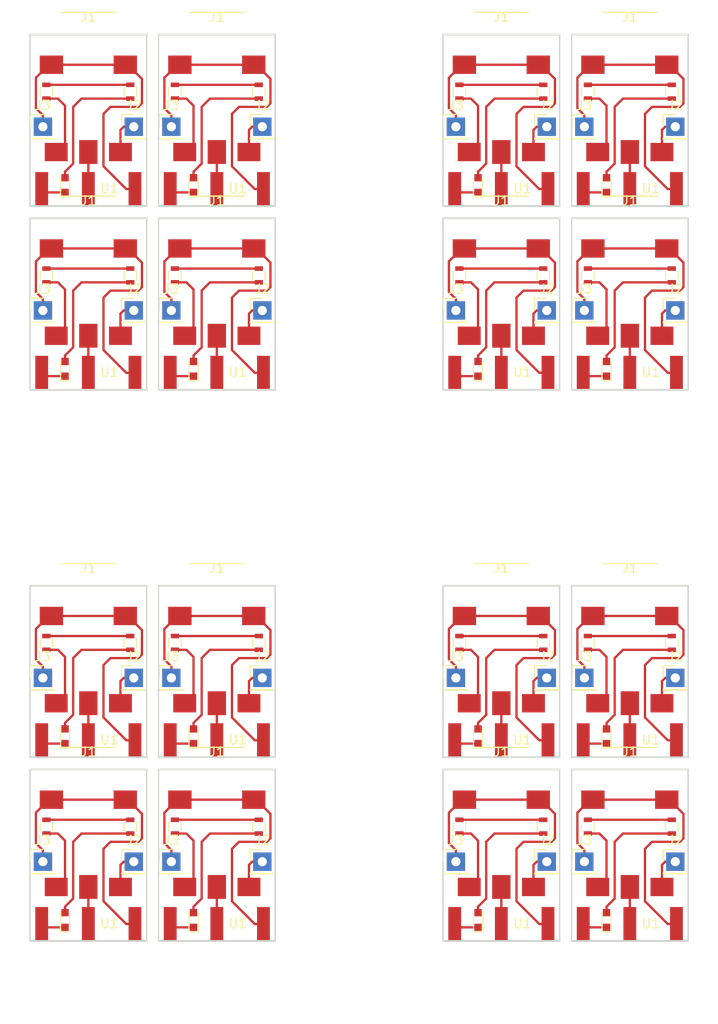
<source format=kicad_pcb>
(kicad_pcb (version 20171130) (host pcbnew "(5.0.0-rc2-dev-586-g888c43477)")
  (layers (0 F.Cu signal) (31 B.Cu signal) (34 B.Paste user) (35 F.Paste user) (36 B.SilkS user) (37 F.SilkS user) (38 B.Mask user) (39 F.Mask user) (44 Edge.Cuts user))
  (net 0 "")
  (net 1 "Net-(D1-Pad2)")
  (net 2 /LED)
  (net 3 /SWITCH)
  (net 4 +3V3)
  (net 5 GND)
  (net 6 /SIG)
  (net 7 "Net-(R1-Pad1)")
  (module Pin_Headers:Pin_Header_Straight_1x01_Pitch2.54mm (layer F.Cu) (at 68.495 102.352)
    (fp_text reference J2 (at 0 -2.33) (layer F.SilkS))
    (fp_text value Conn_01x01)
    (pad 1 thru_hole rect (at 0 0) (size 2 2) (drill 1) (layers *.Cu *.Mask) (net 6 /SIG))
  )
  (module Pin_Headers:Pin_Header_Straight_1x01_Pitch2.54mm (layer F.Cu) (at 23.495 102.352)
    (fp_text reference J2 (at 0 -2.33) (layer F.SilkS))
    (fp_text value Conn_01x01)
    (pad 1 thru_hole rect (at 0 0) (size 2 2) (drill 1) (layers *.Cu *.Mask) (net 6 /SIG))
  )
  (module Pin_Headers:Pin_Header_Straight_1x01_Pitch2.54mm (layer F.Cu) (at 68.495 42.352)
    (fp_text reference J2 (at 0 -2.33) (layer F.SilkS))
    (fp_text value Conn_01x01)
    (pad 1 thru_hole rect (at 0 0) (size 2 2) (drill 1) (layers *.Cu *.Mask) (net 6 /SIG))
  )
  (module mpio:D2FS-FL-N-T (layer F.Cu) (at 63.542 110.988 180)
    (fp_text reference U1 (at -2.286 1.905 180) (layer F.SilkS))
    (fp_text value switch_no_nc_3pin)
    (pad 3 smd rect (at 5.08 1.85 180) (size 1.4 3.7) (layers F.Cu F.Paste F.Mask) (net 2 /LED))
    (pad 2 smd rect (at 0 1.85 180) (size 1.4 3.7) (layers F.Cu F.Paste F.Mask) (net 3 /SWITCH))
    (pad 1 smd rect (at -5.08 1.85 180) (size 1.4 3.7) (layers F.Cu F.Paste F.Mask) (net 5 GND))
  )
  (module mpio:D2FS-FL-N-T (layer F.Cu) (at 18.542 110.988 180)
    (fp_text reference U1 (at -2.286 1.905 180) (layer F.SilkS))
    (fp_text value switch_no_nc_3pin)
    (pad 3 smd rect (at 5.08 1.85 180) (size 1.4 3.7) (layers F.Cu F.Paste F.Mask) (net 2 /LED))
    (pad 2 smd rect (at 0 1.85 180) (size 1.4 3.7) (layers F.Cu F.Paste F.Mask) (net 3 /SWITCH))
    (pad 1 smd rect (at -5.08 1.85 180) (size 1.4 3.7) (layers F.Cu F.Paste F.Mask) (net 5 GND))
  )
  (module mpio:D2FS-FL-N-T (layer F.Cu) (at 63.542 50.988 180)
    (fp_text reference U1 (at -2.286 1.905 180) (layer F.SilkS))
    (fp_text value switch_no_nc_3pin)
    (pad 3 smd rect (at 5.08 1.85 180) (size 1.4 3.7) (layers F.Cu F.Paste F.Mask) (net 2 /LED))
    (pad 2 smd rect (at 0 1.85 180) (size 1.4 3.7) (layers F.Cu F.Paste F.Mask) (net 3 /SWITCH))
    (pad 1 smd rect (at -5.08 1.85 180) (size 1.4 3.7) (layers F.Cu F.Paste F.Mask) (net 5 GND))
  )
  (module Pin_Headers:Pin_Header_Straight_1x01_Pitch2.54mm (layer F.Cu) (at 82.495 82.352)
    (fp_text reference J2 (at 0 -2.33) (layer F.SilkS))
    (fp_text value Conn_01x01)
    (pad 1 thru_hole rect (at 0 0) (size 2 2) (drill 1) (layers *.Cu *.Mask) (net 6 /SIG))
  )
  (module Pin_Headers:Pin_Header_Straight_1x01_Pitch2.54mm (layer F.Cu) (at 37.495 82.352)
    (fp_text reference J2 (at 0 -2.33) (layer F.SilkS))
    (fp_text value Conn_01x01)
    (pad 1 thru_hole rect (at 0 0) (size 2 2) (drill 1) (layers *.Cu *.Mask) (net 6 /SIG))
  )
  (module Pin_Headers:Pin_Header_Straight_1x01_Pitch2.54mm (layer F.Cu) (at 82.495 22.352)
    (fp_text reference J2 (at 0 -2.33) (layer F.SilkS))
    (fp_text value Conn_01x01)
    (pad 1 thru_hole rect (at 0 0) (size 2 2) (drill 1) (layers *.Cu *.Mask) (net 6 /SIG))
  )
  (module mpio:D2FS-FL-N-T (layer F.Cu) (at 77.542 90.988 180)
    (fp_text reference U1 (at -2.286 1.905 180) (layer F.SilkS))
    (fp_text value switch_no_nc_3pin)
    (pad 3 smd rect (at 5.08 1.85 180) (size 1.4 3.7) (layers F.Cu F.Paste F.Mask) (net 2 /LED))
    (pad 2 smd rect (at 0 1.85 180) (size 1.4 3.7) (layers F.Cu F.Paste F.Mask) (net 3 /SWITCH))
    (pad 1 smd rect (at -5.08 1.85 180) (size 1.4 3.7) (layers F.Cu F.Paste F.Mask) (net 5 GND))
  )
  (module mpio:D2FS-FL-N-T (layer F.Cu) (at 32.542 90.988 180)
    (fp_text reference U1 (at -2.286 1.905 180) (layer F.SilkS))
    (fp_text value switch_no_nc_3pin)
    (pad 3 smd rect (at 5.08 1.85 180) (size 1.4 3.7) (layers F.Cu F.Paste F.Mask) (net 2 /LED))
    (pad 2 smd rect (at 0 1.85 180) (size 1.4 3.7) (layers F.Cu F.Paste F.Mask) (net 3 /SWITCH))
    (pad 1 smd rect (at -5.08 1.85 180) (size 1.4 3.7) (layers F.Cu F.Paste F.Mask) (net 5 GND))
  )
  (module mpio:D2FS-FL-N-T (layer F.Cu) (at 77.542 30.988 180)
    (fp_text reference U1 (at -2.286 1.905 180) (layer F.SilkS))
    (fp_text value switch_no_nc_3pin)
    (pad 3 smd rect (at 5.08 1.85 180) (size 1.4 3.7) (layers F.Cu F.Paste F.Mask) (net 2 /LED))
    (pad 2 smd rect (at 0 1.85 180) (size 1.4 3.7) (layers F.Cu F.Paste F.Mask) (net 3 /SWITCH))
    (pad 1 smd rect (at -5.08 1.85 180) (size 1.4 3.7) (layers F.Cu F.Paste F.Mask) (net 5 GND))
  )
  (module Pin_Headers:Pin_Header_Straight_1x01_Pitch2.54mm (layer F.Cu) (at 72.589 102.352)
    (fp_text reference J3 (at 0 -2.33) (layer F.SilkS))
    (fp_text value Conn_01x01)
    (pad 1 thru_hole rect (at 0 0) (size 2 2) (drill 1) (layers *.Cu *.Mask) (net 5 GND))
  )
  (module Pin_Headers:Pin_Header_Straight_1x01_Pitch2.54mm (layer F.Cu) (at 27.589 102.352)
    (fp_text reference J3 (at 0 -2.33) (layer F.SilkS))
    (fp_text value Conn_01x01)
    (pad 1 thru_hole rect (at 0 0) (size 2 2) (drill 1) (layers *.Cu *.Mask) (net 5 GND))
  )
  (module Pin_Headers:Pin_Header_Straight_1x01_Pitch2.54mm (layer F.Cu) (at 72.589 42.352)
    (fp_text reference J3 (at 0 -2.33) (layer F.SilkS))
    (fp_text value Conn_01x01)
    (pad 1 thru_hole rect (at 0 0) (size 2 2) (drill 1) (layers *.Cu *.Mask) (net 5 GND))
  )
  (module Pin_Headers:Pin_Header_Straight_1x01_Pitch2.54mm (layer F.Cu) (at 72.589 82.352)
    (fp_text reference J3 (at 0 -2.33) (layer F.SilkS))
    (fp_text value Conn_01x01)
    (pad 1 thru_hole rect (at 0 0) (size 2 2) (drill 1) (layers *.Cu *.Mask) (net 5 GND))
  )
  (module Pin_Headers:Pin_Header_Straight_1x01_Pitch2.54mm (layer F.Cu) (at 27.589 82.352)
    (fp_text reference J3 (at 0 -2.33) (layer F.SilkS))
    (fp_text value Conn_01x01)
    (pad 1 thru_hole rect (at 0 0) (size 2 2) (drill 1) (layers *.Cu *.Mask) (net 5 GND))
  )
  (module Pin_Headers:Pin_Header_Straight_1x01_Pitch2.54mm (layer F.Cu) (at 72.589 22.352)
    (fp_text reference J3 (at 0 -2.33) (layer F.SilkS))
    (fp_text value Conn_01x01)
    (pad 1 thru_hole rect (at 0 0) (size 2 2) (drill 1) (layers *.Cu *.Mask) (net 5 GND))
  )
  (module LEDs:LED_0603 (layer F.Cu) (at 75.002 88.702 90)
    (fp_text reference D1 hide)
    (fp_text value GREEN)
    (pad 2 smd rect (at 0.8 0 270) (size 0.8 0.8) (layers F.Cu F.Paste F.Mask) (net 1 "Net-(D1-Pad2)"))
    (pad 1 smd rect (at -0.8 0 270) (size 0.8 0.8) (layers F.Cu F.Paste F.Mask) (net 2 /LED))
  )
  (module LEDs:LED_0603 (layer F.Cu) (at 30.002 88.702 90)
    (fp_text reference D1 hide)
    (fp_text value GREEN)
    (pad 2 smd rect (at 0.8 0 270) (size 0.8 0.8) (layers F.Cu F.Paste F.Mask) (net 1 "Net-(D1-Pad2)"))
    (pad 1 smd rect (at -0.8 0 270) (size 0.8 0.8) (layers F.Cu F.Paste F.Mask) (net 2 /LED))
  )
  (module LEDs:LED_0603 (layer F.Cu) (at 75.002 28.702 90)
    (fp_text reference D1 hide)
    (fp_text value GREEN)
    (pad 2 smd rect (at 0.8 0 270) (size 0.8 0.8) (layers F.Cu F.Paste F.Mask) (net 1 "Net-(D1-Pad2)"))
    (pad 1 smd rect (at -0.8 0 270) (size 0.8 0.8) (layers F.Cu F.Paste F.Mask) (net 2 /LED))
  )
  (module mpio:D2FS-FL-N-T (layer F.Cu) (at 77.542 110.988 180)
    (fp_text reference U1 (at -2.286 1.905 180) (layer F.SilkS))
    (fp_text value switch_no_nc_3pin)
    (pad 3 smd rect (at 5.08 1.85 180) (size 1.4 3.7) (layers F.Cu F.Paste F.Mask) (net 2 /LED))
    (pad 2 smd rect (at 0 1.85 180) (size 1.4 3.7) (layers F.Cu F.Paste F.Mask) (net 3 /SWITCH))
    (pad 1 smd rect (at -5.08 1.85 180) (size 1.4 3.7) (layers F.Cu F.Paste F.Mask) (net 5 GND))
  )
  (module mpio:D2FS-FL-N-T (layer F.Cu) (at 32.542 110.988 180)
    (fp_text reference U1 (at -2.286 1.905 180) (layer F.SilkS))
    (fp_text value switch_no_nc_3pin)
    (pad 3 smd rect (at 5.08 1.85 180) (size 1.4 3.7) (layers F.Cu F.Paste F.Mask) (net 2 /LED))
    (pad 2 smd rect (at 0 1.85 180) (size 1.4 3.7) (layers F.Cu F.Paste F.Mask) (net 3 /SWITCH))
    (pad 1 smd rect (at -5.08 1.85 180) (size 1.4 3.7) (layers F.Cu F.Paste F.Mask) (net 5 GND))
  )
  (module mpio:D2FS-FL-N-T (layer F.Cu) (at 77.542 50.988 180)
    (fp_text reference U1 (at -2.286 1.905 180) (layer F.SilkS))
    (fp_text value switch_no_nc_3pin)
    (pad 3 smd rect (at 5.08 1.85 180) (size 1.4 3.7) (layers F.Cu F.Paste F.Mask) (net 2 /LED))
    (pad 2 smd rect (at 0 1.85 180) (size 1.4 3.7) (layers F.Cu F.Paste F.Mask) (net 3 /SWITCH))
    (pad 1 smd rect (at -5.08 1.85 180) (size 1.4 3.7) (layers F.Cu F.Paste F.Mask) (net 5 GND))
  )
  (module Pin_Headers:Pin_Header_Straight_1x01_Pitch2.54mm (layer F.Cu) (at 82.495 102.352)
    (fp_text reference J2 (at 0 -2.33) (layer F.SilkS))
    (fp_text value Conn_01x01)
    (pad 1 thru_hole rect (at 0 0) (size 2 2) (drill 1) (layers *.Cu *.Mask) (net 6 /SIG))
  )
  (module Pin_Headers:Pin_Header_Straight_1x01_Pitch2.54mm (layer F.Cu) (at 37.495 102.352)
    (fp_text reference J2 (at 0 -2.33) (layer F.SilkS))
    (fp_text value Conn_01x01)
    (pad 1 thru_hole rect (at 0 0) (size 2 2) (drill 1) (layers *.Cu *.Mask) (net 6 /SIG))
  )
  (module Pin_Headers:Pin_Header_Straight_1x01_Pitch2.54mm (layer F.Cu) (at 82.495 42.352)
    (fp_text reference J2 (at 0 -2.33) (layer F.SilkS))
    (fp_text value Conn_01x01)
    (pad 1 thru_hole rect (at 0 0) (size 2 2) (drill 1) (layers *.Cu *.Mask) (net 6 /SIG))
  )
  (module Pin_Headers:Pin_Header_Straight_1x01_Pitch2.54mm (layer F.Cu) (at 58.589 102.352)
    (fp_text reference J3 (at 0 -2.33) (layer F.SilkS))
    (fp_text value Conn_01x01)
    (pad 1 thru_hole rect (at 0 0) (size 2 2) (drill 1) (layers *.Cu *.Mask) (net 5 GND))
  )
  (module Pin_Headers:Pin_Header_Straight_1x01_Pitch2.54mm (layer F.Cu) (at 13.589 102.352)
    (fp_text reference J3 (at 0 -2.33) (layer F.SilkS))
    (fp_text value Conn_01x01)
    (pad 1 thru_hole rect (at 0 0) (size 2 2) (drill 1) (layers *.Cu *.Mask) (net 5 GND))
  )
  (module Pin_Headers:Pin_Header_Straight_1x01_Pitch2.54mm (layer F.Cu) (at 58.589 42.352)
    (fp_text reference J3 (at 0 -2.33) (layer F.SilkS))
    (fp_text value Conn_01x01)
    (pad 1 thru_hole rect (at 0 0) (size 2 2) (drill 1) (layers *.Cu *.Mask) (net 5 GND))
  )
  (module Resistors_SMD:R_0603 (layer F.Cu) (at 68.114 78.542 270)
    (fp_text reference R1 hide)
    (fp_text value 110)
    (pad 2 smd rect (at 0.75 0 270) (size 0.5 0.9) (layers F.Cu F.Paste F.Mask) (net 1 "Net-(D1-Pad2)"))
    (pad 1 smd rect (at -0.75 0 270) (size 0.5 0.9) (layers F.Cu F.Paste F.Mask) (net 7 "Net-(R1-Pad1)"))
  )
  (module Resistors_SMD:R_0603 (layer F.Cu) (at 23.114 78.542 270)
    (fp_text reference R1 hide)
    (fp_text value 110)
    (pad 2 smd rect (at 0.75 0 270) (size 0.5 0.9) (layers F.Cu F.Paste F.Mask) (net 1 "Net-(D1-Pad2)"))
    (pad 1 smd rect (at -0.75 0 270) (size 0.5 0.9) (layers F.Cu F.Paste F.Mask) (net 7 "Net-(R1-Pad1)"))
  )
  (module Resistors_SMD:R_0603 (layer F.Cu) (at 68.114 18.542 270)
    (fp_text reference R1 hide)
    (fp_text value 110)
    (pad 2 smd rect (at 0.75 0 270) (size 0.5 0.9) (layers F.Cu F.Paste F.Mask) (net 1 "Net-(D1-Pad2)"))
    (pad 1 smd rect (at -0.75 0 270) (size 0.5 0.9) (layers F.Cu F.Paste F.Mask) (net 7 "Net-(R1-Pad1)"))
  )
  (module mpio:1503_13_VP3 (layer F.Cu) (at 63.542 69.906)
    (fp_text reference J1 (at 0 0.5) (layer F.SilkS))
    (fp_text value Audio-Jack-4)
    (pad 1 smd rect (at 0 15.2) (size 2 2.6) (layers F.Cu F.Paste F.Mask) (net 3 /SWITCH))
    (pad 4 smd rect (at 4.025 5.7) (size 2.55 2) (layers F.Cu F.Paste F.Mask) (net 5 GND))
    (pad 4 smd rect (at -4.025 5.7) (size 2.55 2) (layers F.Cu F.Paste F.Mask) (net 5 GND))
    (pad 3 smd rect (at -3.5 15.2) (size 2.5 2) (layers F.Cu F.Paste F.Mask) (net 4 +3V3))
    (pad 2 smd rect (at 3.5 15.2) (size 2.5 2) (layers F.Cu F.Paste F.Mask) (net 6 /SIG))
    (pad "" np_thru_hole circle (at -1.75 4.5) (size 1.1 1.1) (drill 1.1) (layers *.Cu *.Mask))
    (pad "" np_thru_hole circle (at 1.75 4.5) (size 1.1 1.1) (drill 1.1) (layers *.Cu *.Mask))
  )
  (module mpio:1503_13_VP3 (layer F.Cu) (at 18.542 69.906)
    (fp_text reference J1 (at 0 0.5) (layer F.SilkS))
    (fp_text value Audio-Jack-4)
    (pad 1 smd rect (at 0 15.2) (size 2 2.6) (layers F.Cu F.Paste F.Mask) (net 3 /SWITCH))
    (pad 4 smd rect (at 4.025 5.7) (size 2.55 2) (layers F.Cu F.Paste F.Mask) (net 5 GND))
    (pad 4 smd rect (at -4.025 5.7) (size 2.55 2) (layers F.Cu F.Paste F.Mask) (net 5 GND))
    (pad 3 smd rect (at -3.5 15.2) (size 2.5 2) (layers F.Cu F.Paste F.Mask) (net 4 +3V3))
    (pad 2 smd rect (at 3.5 15.2) (size 2.5 2) (layers F.Cu F.Paste F.Mask) (net 6 /SIG))
    (pad "" np_thru_hole circle (at -1.75 4.5) (size 1.1 1.1) (drill 1.1) (layers *.Cu *.Mask))
    (pad "" np_thru_hole circle (at 1.75 4.5) (size 1.1 1.1) (drill 1.1) (layers *.Cu *.Mask))
  )
  (module mpio:1503_13_VP3 (layer F.Cu) (at 63.542 9.906)
    (fp_text reference J1 (at 0 0.5) (layer F.SilkS))
    (fp_text value Audio-Jack-4)
    (pad 1 smd rect (at 0 15.2) (size 2 2.6) (layers F.Cu F.Paste F.Mask) (net 3 /SWITCH))
    (pad 4 smd rect (at 4.025 5.7) (size 2.55 2) (layers F.Cu F.Paste F.Mask) (net 5 GND))
    (pad 4 smd rect (at -4.025 5.7) (size 2.55 2) (layers F.Cu F.Paste F.Mask) (net 5 GND))
    (pad 3 smd rect (at -3.5 15.2) (size 2.5 2) (layers F.Cu F.Paste F.Mask) (net 4 +3V3))
    (pad 2 smd rect (at 3.5 15.2) (size 2.5 2) (layers F.Cu F.Paste F.Mask) (net 6 /SIG))
    (pad "" np_thru_hole circle (at -1.75 4.5) (size 1.1 1.1) (drill 1.1) (layers *.Cu *.Mask))
    (pad "" np_thru_hole circle (at 1.75 4.5) (size 1.1 1.1) (drill 1.1) (layers *.Cu *.Mask))
  )
  (module Resistors_SMD:R_0603 (layer F.Cu) (at 58.97 78.542 90)
    (fp_text reference R2 hide)
    (fp_text value 110)
    (pad 1 smd rect (at -0.75 0 90) (size 0.5 0.9) (layers F.Cu F.Paste F.Mask) (net 4 +3V3))
    (pad 2 smd rect (at 0.75 0 90) (size 0.5 0.9) (layers F.Cu F.Paste F.Mask) (net 7 "Net-(R1-Pad1)"))
  )
  (module Resistors_SMD:R_0603 (layer F.Cu) (at 13.97 78.542 90)
    (fp_text reference R2 hide)
    (fp_text value 110)
    (pad 1 smd rect (at -0.75 0 90) (size 0.5 0.9) (layers F.Cu F.Paste F.Mask) (net 4 +3V3))
    (pad 2 smd rect (at 0.75 0 90) (size 0.5 0.9) (layers F.Cu F.Paste F.Mask) (net 7 "Net-(R1-Pad1)"))
  )
  (module Resistors_SMD:R_0603 (layer F.Cu) (at 58.97 18.542 90)
    (fp_text reference R2 hide)
    (fp_text value 110)
    (pad 1 smd rect (at -0.75 0 90) (size 0.5 0.9) (layers F.Cu F.Paste F.Mask) (net 4 +3V3))
    (pad 2 smd rect (at 0.75 0 90) (size 0.5 0.9) (layers F.Cu F.Paste F.Mask) (net 7 "Net-(R1-Pad1)"))
  )
  (module LEDs:LED_0603 (layer F.Cu) (at 61.002 88.702 90)
    (fp_text reference D1 hide)
    (fp_text value GREEN)
    (pad 1 smd rect (at -0.8 0 270) (size 0.8 0.8) (layers F.Cu F.Paste F.Mask) (net 2 /LED))
    (pad 2 smd rect (at 0.8 0 270) (size 0.8 0.8) (layers F.Cu F.Paste F.Mask) (net 1 "Net-(D1-Pad2)"))
  )
  (module LEDs:LED_0603 (layer F.Cu) (at 16.002 88.702 90)
    (fp_text reference D1 hide)
    (fp_text value GREEN)
    (pad 1 smd rect (at -0.8 0 270) (size 0.8 0.8) (layers F.Cu F.Paste F.Mask) (net 2 /LED))
    (pad 2 smd rect (at 0.8 0 270) (size 0.8 0.8) (layers F.Cu F.Paste F.Mask) (net 1 "Net-(D1-Pad2)"))
  )
  (module LEDs:LED_0603 (layer F.Cu) (at 61.002 28.702 90)
    (fp_text reference D1 hide)
    (fp_text value GREEN)
    (pad 1 smd rect (at -0.8 0 270) (size 0.8 0.8) (layers F.Cu F.Paste F.Mask) (net 2 /LED))
    (pad 2 smd rect (at 0.8 0 270) (size 0.8 0.8) (layers F.Cu F.Paste F.Mask) (net 1 "Net-(D1-Pad2)"))
  )
  (module mpio:D2FS-FL-N-T (layer F.Cu) (at 63.542 90.988 180)
    (fp_text reference U1 (at -2.286 1.905 180) (layer F.SilkS))
    (fp_text value switch_no_nc_3pin)
    (pad 1 smd rect (at -5.08 1.85 180) (size 1.4 3.7) (layers F.Cu F.Paste F.Mask) (net 5 GND))
    (pad 2 smd rect (at 0 1.85 180) (size 1.4 3.7) (layers F.Cu F.Paste F.Mask) (net 3 /SWITCH))
    (pad 3 smd rect (at 5.08 1.85 180) (size 1.4 3.7) (layers F.Cu F.Paste F.Mask) (net 2 /LED))
  )
  (module mpio:D2FS-FL-N-T (layer F.Cu) (at 18.542 90.988 180)
    (fp_text reference U1 (at -2.286 1.905 180) (layer F.SilkS))
    (fp_text value switch_no_nc_3pin)
    (pad 1 smd rect (at -5.08 1.85 180) (size 1.4 3.7) (layers F.Cu F.Paste F.Mask) (net 5 GND))
    (pad 2 smd rect (at 0 1.85 180) (size 1.4 3.7) (layers F.Cu F.Paste F.Mask) (net 3 /SWITCH))
    (pad 3 smd rect (at 5.08 1.85 180) (size 1.4 3.7) (layers F.Cu F.Paste F.Mask) (net 2 /LED))
  )
  (module mpio:D2FS-FL-N-T (layer F.Cu) (at 63.542 30.988 180)
    (fp_text reference U1 (at -2.286 1.905 180) (layer F.SilkS))
    (fp_text value switch_no_nc_3pin)
    (pad 1 smd rect (at -5.08 1.85 180) (size 1.4 3.7) (layers F.Cu F.Paste F.Mask) (net 5 GND))
    (pad 2 smd rect (at 0 1.85 180) (size 1.4 3.7) (layers F.Cu F.Paste F.Mask) (net 3 /SWITCH))
    (pad 3 smd rect (at 5.08 1.85 180) (size 1.4 3.7) (layers F.Cu F.Paste F.Mask) (net 2 /LED))
  )
  (module Pin_Headers:Pin_Header_Straight_1x01_Pitch2.54mm (layer F.Cu) (at 68.495 82.352)
    (fp_text reference J2 (at 0 -2.33) (layer F.SilkS))
    (fp_text value Conn_01x01)
    (pad 1 thru_hole rect (at 0 0) (size 2 2) (drill 1) (layers *.Cu *.Mask) (net 6 /SIG))
  )
  (module Pin_Headers:Pin_Header_Straight_1x01_Pitch2.54mm (layer F.Cu) (at 23.495 82.352)
    (fp_text reference J2 (at 0 -2.33) (layer F.SilkS))
    (fp_text value Conn_01x01)
    (pad 1 thru_hole rect (at 0 0) (size 2 2) (drill 1) (layers *.Cu *.Mask) (net 6 /SIG))
  )
  (module Pin_Headers:Pin_Header_Straight_1x01_Pitch2.54mm (layer F.Cu) (at 68.495 22.352)
    (fp_text reference J2 (at 0 -2.33) (layer F.SilkS))
    (fp_text value Conn_01x01)
    (pad 1 thru_hole rect (at 0 0) (size 2 2) (drill 1) (layers *.Cu *.Mask) (net 6 /SIG))
  )
  (module Pin_Headers:Pin_Header_Straight_1x01_Pitch2.54mm (layer F.Cu) (at 58.589 82.352)
    (fp_text reference J3 (at 0 -2.33) (layer F.SilkS))
    (fp_text value Conn_01x01)
    (pad 1 thru_hole rect (at 0 0) (size 2 2) (drill 1) (layers *.Cu *.Mask) (net 5 GND))
  )
  (module Pin_Headers:Pin_Header_Straight_1x01_Pitch2.54mm (layer F.Cu) (at 13.589 82.352)
    (fp_text reference J3 (at 0 -2.33) (layer F.SilkS))
    (fp_text value Conn_01x01)
    (pad 1 thru_hole rect (at 0 0) (size 2 2) (drill 1) (layers *.Cu *.Mask) (net 5 GND))
  )
  (module Pin_Headers:Pin_Header_Straight_1x01_Pitch2.54mm (layer F.Cu) (at 58.589 22.352)
    (fp_text reference J3 (at 0 -2.33) (layer F.SilkS))
    (fp_text value Conn_01x01)
    (pad 1 thru_hole rect (at 0 0) (size 2 2) (drill 1) (layers *.Cu *.Mask) (net 5 GND))
  )
  (module mpio:1503_13_VP3 (layer F.Cu) (at 77.542 69.906)
    (fp_text reference J1 (at 0 0.5) (layer F.SilkS))
    (fp_text value Audio-Jack-4)
    (pad "" np_thru_hole circle (at 1.75 4.5) (size 1.1 1.1) (drill 1.1) (layers *.Cu *.Mask))
    (pad "" np_thru_hole circle (at -1.75 4.5) (size 1.1 1.1) (drill 1.1) (layers *.Cu *.Mask))
    (pad 2 smd rect (at 3.5 15.2) (size 2.5 2) (layers F.Cu F.Paste F.Mask) (net 6 /SIG))
    (pad 3 smd rect (at -3.5 15.2) (size 2.5 2) (layers F.Cu F.Paste F.Mask) (net 4 +3V3))
    (pad 4 smd rect (at -4.025 5.7) (size 2.55 2) (layers F.Cu F.Paste F.Mask) (net 5 GND))
    (pad 4 smd rect (at 4.025 5.7) (size 2.55 2) (layers F.Cu F.Paste F.Mask) (net 5 GND))
    (pad 1 smd rect (at 0 15.2) (size 2 2.6) (layers F.Cu F.Paste F.Mask) (net 3 /SWITCH))
  )
  (module mpio:1503_13_VP3 (layer F.Cu) (at 32.542 69.906)
    (fp_text reference J1 (at 0 0.5) (layer F.SilkS))
    (fp_text value Audio-Jack-4)
    (pad "" np_thru_hole circle (at 1.75 4.5) (size 1.1 1.1) (drill 1.1) (layers *.Cu *.Mask))
    (pad "" np_thru_hole circle (at -1.75 4.5) (size 1.1 1.1) (drill 1.1) (layers *.Cu *.Mask))
    (pad 2 smd rect (at 3.5 15.2) (size 2.5 2) (layers F.Cu F.Paste F.Mask) (net 6 /SIG))
    (pad 3 smd rect (at -3.5 15.2) (size 2.5 2) (layers F.Cu F.Paste F.Mask) (net 4 +3V3))
    (pad 4 smd rect (at -4.025 5.7) (size 2.55 2) (layers F.Cu F.Paste F.Mask) (net 5 GND))
    (pad 4 smd rect (at 4.025 5.7) (size 2.55 2) (layers F.Cu F.Paste F.Mask) (net 5 GND))
    (pad 1 smd rect (at 0 15.2) (size 2 2.6) (layers F.Cu F.Paste F.Mask) (net 3 /SWITCH))
  )
  (module mpio:1503_13_VP3 (layer F.Cu) (at 77.542 9.906)
    (fp_text reference J1 (at 0 0.5) (layer F.SilkS))
    (fp_text value Audio-Jack-4)
    (pad "" np_thru_hole circle (at 1.75 4.5) (size 1.1 1.1) (drill 1.1) (layers *.Cu *.Mask))
    (pad "" np_thru_hole circle (at -1.75 4.5) (size 1.1 1.1) (drill 1.1) (layers *.Cu *.Mask))
    (pad 2 smd rect (at 3.5 15.2) (size 2.5 2) (layers F.Cu F.Paste F.Mask) (net 6 /SIG))
    (pad 3 smd rect (at -3.5 15.2) (size 2.5 2) (layers F.Cu F.Paste F.Mask) (net 4 +3V3))
    (pad 4 smd rect (at -4.025 5.7) (size 2.55 2) (layers F.Cu F.Paste F.Mask) (net 5 GND))
    (pad 4 smd rect (at 4.025 5.7) (size 2.55 2) (layers F.Cu F.Paste F.Mask) (net 5 GND))
    (pad 1 smd rect (at 0 15.2) (size 2 2.6) (layers F.Cu F.Paste F.Mask) (net 3 /SWITCH))
  )
  (module Resistors_SMD:R_0603 (layer F.Cu) (at 58.97 98.542 90)
    (fp_text reference R2 hide)
    (fp_text value 110)
    (pad 2 smd rect (at 0.75 0 90) (size 0.5 0.9) (layers F.Cu F.Paste F.Mask) (net 7 "Net-(R1-Pad1)"))
    (pad 1 smd rect (at -0.75 0 90) (size 0.5 0.9) (layers F.Cu F.Paste F.Mask) (net 4 +3V3))
  )
  (module Resistors_SMD:R_0603 (layer F.Cu) (at 13.97 98.542 90)
    (fp_text reference R2 hide)
    (fp_text value 110)
    (pad 2 smd rect (at 0.75 0 90) (size 0.5 0.9) (layers F.Cu F.Paste F.Mask) (net 7 "Net-(R1-Pad1)"))
    (pad 1 smd rect (at -0.75 0 90) (size 0.5 0.9) (layers F.Cu F.Paste F.Mask) (net 4 +3V3))
  )
  (module Resistors_SMD:R_0603 (layer F.Cu) (at 58.97 38.542 90)
    (fp_text reference R2 hide)
    (fp_text value 110)
    (pad 2 smd rect (at 0.75 0 90) (size 0.5 0.9) (layers F.Cu F.Paste F.Mask) (net 7 "Net-(R1-Pad1)"))
    (pad 1 smd rect (at -0.75 0 90) (size 0.5 0.9) (layers F.Cu F.Paste F.Mask) (net 4 +3V3))
  )
  (module Resistors_SMD:R_0603 (layer F.Cu) (at 68.114 98.542 270)
    (fp_text reference R1 hide)
    (fp_text value 110)
    (pad 1 smd rect (at -0.75 0 270) (size 0.5 0.9) (layers F.Cu F.Paste F.Mask) (net 7 "Net-(R1-Pad1)"))
    (pad 2 smd rect (at 0.75 0 270) (size 0.5 0.9) (layers F.Cu F.Paste F.Mask) (net 1 "Net-(D1-Pad2)"))
  )
  (module Resistors_SMD:R_0603 (layer F.Cu) (at 23.114 98.542 270)
    (fp_text reference R1 hide)
    (fp_text value 110)
    (pad 1 smd rect (at -0.75 0 270) (size 0.5 0.9) (layers F.Cu F.Paste F.Mask) (net 7 "Net-(R1-Pad1)"))
    (pad 2 smd rect (at 0.75 0 270) (size 0.5 0.9) (layers F.Cu F.Paste F.Mask) (net 1 "Net-(D1-Pad2)"))
  )
  (module Resistors_SMD:R_0603 (layer F.Cu) (at 68.114 38.542 270)
    (fp_text reference R1 hide)
    (fp_text value 110)
    (pad 1 smd rect (at -0.75 0 270) (size 0.5 0.9) (layers F.Cu F.Paste F.Mask) (net 7 "Net-(R1-Pad1)"))
    (pad 2 smd rect (at 0.75 0 270) (size 0.5 0.9) (layers F.Cu F.Paste F.Mask) (net 1 "Net-(D1-Pad2)"))
  )
  (module Resistors_SMD:R_0603 (layer F.Cu) (at 72.97 78.542 90)
    (fp_text reference R2 hide)
    (fp_text value 110)
    (pad 2 smd rect (at 0.75 0 90) (size 0.5 0.9) (layers F.Cu F.Paste F.Mask) (net 7 "Net-(R1-Pad1)"))
    (pad 1 smd rect (at -0.75 0 90) (size 0.5 0.9) (layers F.Cu F.Paste F.Mask) (net 4 +3V3))
  )
  (module Resistors_SMD:R_0603 (layer F.Cu) (at 27.97 78.542 90)
    (fp_text reference R2 hide)
    (fp_text value 110)
    (pad 2 smd rect (at 0.75 0 90) (size 0.5 0.9) (layers F.Cu F.Paste F.Mask) (net 7 "Net-(R1-Pad1)"))
    (pad 1 smd rect (at -0.75 0 90) (size 0.5 0.9) (layers F.Cu F.Paste F.Mask) (net 4 +3V3))
  )
  (module Resistors_SMD:R_0603 (layer F.Cu) (at 72.97 18.542 90)
    (fp_text reference R2 hide)
    (fp_text value 110)
    (pad 2 smd rect (at 0.75 0 90) (size 0.5 0.9) (layers F.Cu F.Paste F.Mask) (net 7 "Net-(R1-Pad1)"))
    (pad 1 smd rect (at -0.75 0 90) (size 0.5 0.9) (layers F.Cu F.Paste F.Mask) (net 4 +3V3))
  )
  (module LEDs:LED_0603 (layer F.Cu) (at 75.002 108.702 90)
    (fp_text reference D1 hide)
    (fp_text value GREEN)
    (pad 2 smd rect (at 0.8 0 270) (size 0.8 0.8) (layers F.Cu F.Paste F.Mask) (net 1 "Net-(D1-Pad2)"))
    (pad 1 smd rect (at -0.8 0 270) (size 0.8 0.8) (layers F.Cu F.Paste F.Mask) (net 2 /LED))
  )
  (module LEDs:LED_0603 (layer F.Cu) (at 30.002 108.702 90)
    (fp_text reference D1 hide)
    (fp_text value GREEN)
    (pad 2 smd rect (at 0.8 0 270) (size 0.8 0.8) (layers F.Cu F.Paste F.Mask) (net 1 "Net-(D1-Pad2)"))
    (pad 1 smd rect (at -0.8 0 270) (size 0.8 0.8) (layers F.Cu F.Paste F.Mask) (net 2 /LED))
  )
  (module LEDs:LED_0603 (layer F.Cu) (at 75.002 48.702 90)
    (fp_text reference D1 hide)
    (fp_text value GREEN)
    (pad 2 smd rect (at 0.8 0 270) (size 0.8 0.8) (layers F.Cu F.Paste F.Mask) (net 1 "Net-(D1-Pad2)"))
    (pad 1 smd rect (at -0.8 0 270) (size 0.8 0.8) (layers F.Cu F.Paste F.Mask) (net 2 /LED))
  )
  (module LEDs:LED_0603 (layer F.Cu) (at 61.002 108.702 90)
    (fp_text reference D1 hide)
    (fp_text value GREEN)
    (pad 2 smd rect (at 0.8 0 270) (size 0.8 0.8) (layers F.Cu F.Paste F.Mask) (net 1 "Net-(D1-Pad2)"))
    (pad 1 smd rect (at -0.8 0 270) (size 0.8 0.8) (layers F.Cu F.Paste F.Mask) (net 2 /LED))
  )
  (module LEDs:LED_0603 (layer F.Cu) (at 16.002 108.702 90)
    (fp_text reference D1 hide)
    (fp_text value GREEN)
    (pad 2 smd rect (at 0.8 0 270) (size 0.8 0.8) (layers F.Cu F.Paste F.Mask) (net 1 "Net-(D1-Pad2)"))
    (pad 1 smd rect (at -0.8 0 270) (size 0.8 0.8) (layers F.Cu F.Paste F.Mask) (net 2 /LED))
  )
  (module LEDs:LED_0603 (layer F.Cu) (at 61.002 48.702 90)
    (fp_text reference D1 hide)
    (fp_text value GREEN)
    (pad 2 smd rect (at 0.8 0 270) (size 0.8 0.8) (layers F.Cu F.Paste F.Mask) (net 1 "Net-(D1-Pad2)"))
    (pad 1 smd rect (at -0.8 0 270) (size 0.8 0.8) (layers F.Cu F.Paste F.Mask) (net 2 /LED))
  )
  (module mpio:1503_13_VP3 (layer F.Cu) (at 63.542 89.906)
    (fp_text reference J1 (at 0 0.5) (layer F.SilkS))
    (fp_text value Audio-Jack-4)
    (pad "" np_thru_hole circle (at 1.75 4.5) (size 1.1 1.1) (drill 1.1) (layers *.Cu *.Mask))
    (pad "" np_thru_hole circle (at -1.75 4.5) (size 1.1 1.1) (drill 1.1) (layers *.Cu *.Mask))
    (pad 2 smd rect (at 3.5 15.2) (size 2.5 2) (layers F.Cu F.Paste F.Mask) (net 6 /SIG))
    (pad 3 smd rect (at -3.5 15.2) (size 2.5 2) (layers F.Cu F.Paste F.Mask) (net 4 +3V3))
    (pad 4 smd rect (at -4.025 5.7) (size 2.55 2) (layers F.Cu F.Paste F.Mask) (net 5 GND))
    (pad 4 smd rect (at 4.025 5.7) (size 2.55 2) (layers F.Cu F.Paste F.Mask) (net 5 GND))
    (pad 1 smd rect (at 0 15.2) (size 2 2.6) (layers F.Cu F.Paste F.Mask) (net 3 /SWITCH))
  )
  (module mpio:1503_13_VP3 (layer F.Cu) (at 18.542 89.906)
    (fp_text reference J1 (at 0 0.5) (layer F.SilkS))
    (fp_text value Audio-Jack-4)
    (pad "" np_thru_hole circle (at 1.75 4.5) (size 1.1 1.1) (drill 1.1) (layers *.Cu *.Mask))
    (pad "" np_thru_hole circle (at -1.75 4.5) (size 1.1 1.1) (drill 1.1) (layers *.Cu *.Mask))
    (pad 2 smd rect (at 3.5 15.2) (size 2.5 2) (layers F.Cu F.Paste F.Mask) (net 6 /SIG))
    (pad 3 smd rect (at -3.5 15.2) (size 2.5 2) (layers F.Cu F.Paste F.Mask) (net 4 +3V3))
    (pad 4 smd rect (at -4.025 5.7) (size 2.55 2) (layers F.Cu F.Paste F.Mask) (net 5 GND))
    (pad 4 smd rect (at 4.025 5.7) (size 2.55 2) (layers F.Cu F.Paste F.Mask) (net 5 GND))
    (pad 1 smd rect (at 0 15.2) (size 2 2.6) (layers F.Cu F.Paste F.Mask) (net 3 /SWITCH))
  )
  (module mpio:1503_13_VP3 (layer F.Cu) (at 63.542 29.906)
    (fp_text reference J1 (at 0 0.5) (layer F.SilkS))
    (fp_text value Audio-Jack-4)
    (pad "" np_thru_hole circle (at 1.75 4.5) (size 1.1 1.1) (drill 1.1) (layers *.Cu *.Mask))
    (pad "" np_thru_hole circle (at -1.75 4.5) (size 1.1 1.1) (drill 1.1) (layers *.Cu *.Mask))
    (pad 2 smd rect (at 3.5 15.2) (size 2.5 2) (layers F.Cu F.Paste F.Mask) (net 6 /SIG))
    (pad 3 smd rect (at -3.5 15.2) (size 2.5 2) (layers F.Cu F.Paste F.Mask) (net 4 +3V3))
    (pad 4 smd rect (at -4.025 5.7) (size 2.55 2) (layers F.Cu F.Paste F.Mask) (net 5 GND))
    (pad 4 smd rect (at 4.025 5.7) (size 2.55 2) (layers F.Cu F.Paste F.Mask) (net 5 GND))
    (pad 1 smd rect (at 0 15.2) (size 2 2.6) (layers F.Cu F.Paste F.Mask) (net 3 /SWITCH))
  )
  (module Resistors_SMD:R_0603 (layer F.Cu) (at 82.114 78.542 270)
    (fp_text reference R1 hide)
    (fp_text value 110)
    (pad 1 smd rect (at -0.75 0 270) (size 0.5 0.9) (layers F.Cu F.Paste F.Mask) (net 7 "Net-(R1-Pad1)"))
    (pad 2 smd rect (at 0.75 0 270) (size 0.5 0.9) (layers F.Cu F.Paste F.Mask) (net 1 "Net-(D1-Pad2)"))
  )
  (module Resistors_SMD:R_0603 (layer F.Cu) (at 37.114 78.542 270)
    (fp_text reference R1 hide)
    (fp_text value 110)
    (pad 1 smd rect (at -0.75 0 270) (size 0.5 0.9) (layers F.Cu F.Paste F.Mask) (net 7 "Net-(R1-Pad1)"))
    (pad 2 smd rect (at 0.75 0 270) (size 0.5 0.9) (layers F.Cu F.Paste F.Mask) (net 1 "Net-(D1-Pad2)"))
  )
  (module Resistors_SMD:R_0603 (layer F.Cu) (at 82.114 18.542 270)
    (fp_text reference R1 hide)
    (fp_text value 110)
    (pad 1 smd rect (at -0.75 0 270) (size 0.5 0.9) (layers F.Cu F.Paste F.Mask) (net 7 "Net-(R1-Pad1)"))
    (pad 2 smd rect (at 0.75 0 270) (size 0.5 0.9) (layers F.Cu F.Paste F.Mask) (net 1 "Net-(D1-Pad2)"))
  )
  (module mpio:1503_13_VP3 (layer F.Cu) (at 77.542 89.906)
    (fp_text reference J1 (at 0 0.5) (layer F.SilkS))
    (fp_text value Audio-Jack-4)
    (pad "" np_thru_hole circle (at 1.75 4.5) (size 1.1 1.1) (drill 1.1) (layers *.Cu *.Mask))
    (pad "" np_thru_hole circle (at -1.75 4.5) (size 1.1 1.1) (drill 1.1) (layers *.Cu *.Mask))
    (pad 2 smd rect (at 3.5 15.2) (size 2.5 2) (layers F.Cu F.Paste F.Mask) (net 6 /SIG))
    (pad 3 smd rect (at -3.5 15.2) (size 2.5 2) (layers F.Cu F.Paste F.Mask) (net 4 +3V3))
    (pad 4 smd rect (at -4.025 5.7) (size 2.55 2) (layers F.Cu F.Paste F.Mask) (net 5 GND))
    (pad 4 smd rect (at 4.025 5.7) (size 2.55 2) (layers F.Cu F.Paste F.Mask) (net 5 GND))
    (pad 1 smd rect (at 0 15.2) (size 2 2.6) (layers F.Cu F.Paste F.Mask) (net 3 /SWITCH))
  )
  (module mpio:1503_13_VP3 (layer F.Cu) (at 32.542 89.906)
    (fp_text reference J1 (at 0 0.5) (layer F.SilkS))
    (fp_text value Audio-Jack-4)
    (pad "" np_thru_hole circle (at 1.75 4.5) (size 1.1 1.1) (drill 1.1) (layers *.Cu *.Mask))
    (pad "" np_thru_hole circle (at -1.75 4.5) (size 1.1 1.1) (drill 1.1) (layers *.Cu *.Mask))
    (pad 2 smd rect (at 3.5 15.2) (size 2.5 2) (layers F.Cu F.Paste F.Mask) (net 6 /SIG))
    (pad 3 smd rect (at -3.5 15.2) (size 2.5 2) (layers F.Cu F.Paste F.Mask) (net 4 +3V3))
    (pad 4 smd rect (at -4.025 5.7) (size 2.55 2) (layers F.Cu F.Paste F.Mask) (net 5 GND))
    (pad 4 smd rect (at 4.025 5.7) (size 2.55 2) (layers F.Cu F.Paste F.Mask) (net 5 GND))
    (pad 1 smd rect (at 0 15.2) (size 2 2.6) (layers F.Cu F.Paste F.Mask) (net 3 /SWITCH))
  )
  (module mpio:1503_13_VP3 (layer F.Cu) (at 77.542 29.906)
    (fp_text reference J1 (at 0 0.5) (layer F.SilkS))
    (fp_text value Audio-Jack-4)
    (pad "" np_thru_hole circle (at 1.75 4.5) (size 1.1 1.1) (drill 1.1) (layers *.Cu *.Mask))
    (pad "" np_thru_hole circle (at -1.75 4.5) (size 1.1 1.1) (drill 1.1) (layers *.Cu *.Mask))
    (pad 2 smd rect (at 3.5 15.2) (size 2.5 2) (layers F.Cu F.Paste F.Mask) (net 6 /SIG))
    (pad 3 smd rect (at -3.5 15.2) (size 2.5 2) (layers F.Cu F.Paste F.Mask) (net 4 +3V3))
    (pad 4 smd rect (at -4.025 5.7) (size 2.55 2) (layers F.Cu F.Paste F.Mask) (net 5 GND))
    (pad 4 smd rect (at 4.025 5.7) (size 2.55 2) (layers F.Cu F.Paste F.Mask) (net 5 GND))
    (pad 1 smd rect (at 0 15.2) (size 2 2.6) (layers F.Cu F.Paste F.Mask) (net 3 /SWITCH))
  )
  (module Resistors_SMD:R_0603 (layer F.Cu) (at 82.114 98.542 270)
    (fp_text reference R1 hide)
    (fp_text value 110)
    (pad 1 smd rect (at -0.75 0 270) (size 0.5 0.9) (layers F.Cu F.Paste F.Mask) (net 7 "Net-(R1-Pad1)"))
    (pad 2 smd rect (at 0.75 0 270) (size 0.5 0.9) (layers F.Cu F.Paste F.Mask) (net 1 "Net-(D1-Pad2)"))
  )
  (module Resistors_SMD:R_0603 (layer F.Cu) (at 37.114 98.542 270)
    (fp_text reference R1 hide)
    (fp_text value 110)
    (pad 1 smd rect (at -0.75 0 270) (size 0.5 0.9) (layers F.Cu F.Paste F.Mask) (net 7 "Net-(R1-Pad1)"))
    (pad 2 smd rect (at 0.75 0 270) (size 0.5 0.9) (layers F.Cu F.Paste F.Mask) (net 1 "Net-(D1-Pad2)"))
  )
  (module Resistors_SMD:R_0603 (layer F.Cu) (at 82.114 38.542 270)
    (fp_text reference R1 hide)
    (fp_text value 110)
    (pad 1 smd rect (at -0.75 0 270) (size 0.5 0.9) (layers F.Cu F.Paste F.Mask) (net 7 "Net-(R1-Pad1)"))
    (pad 2 smd rect (at 0.75 0 270) (size 0.5 0.9) (layers F.Cu F.Paste F.Mask) (net 1 "Net-(D1-Pad2)"))
  )
  (module Resistors_SMD:R_0603 (layer F.Cu) (at 72.97 98.542 90)
    (fp_text reference R2 hide)
    (fp_text value 110)
    (pad 2 smd rect (at 0.75 0 90) (size 0.5 0.9) (layers F.Cu F.Paste F.Mask) (net 7 "Net-(R1-Pad1)"))
    (pad 1 smd rect (at -0.75 0 90) (size 0.5 0.9) (layers F.Cu F.Paste F.Mask) (net 4 +3V3))
  )
  (module Resistors_SMD:R_0603 (layer F.Cu) (at 27.97 98.542 90)
    (fp_text reference R2 hide)
    (fp_text value 110)
    (pad 2 smd rect (at 0.75 0 90) (size 0.5 0.9) (layers F.Cu F.Paste F.Mask) (net 7 "Net-(R1-Pad1)"))
    (pad 1 smd rect (at -0.75 0 90) (size 0.5 0.9) (layers F.Cu F.Paste F.Mask) (net 4 +3V3))
  )
  (module Resistors_SMD:R_0603 (layer F.Cu) (at 72.97 38.542 90)
    (fp_text reference R2 hide)
    (fp_text value 110)
    (pad 2 smd rect (at 0.75 0 90) (size 0.5 0.9) (layers F.Cu F.Paste F.Mask) (net 7 "Net-(R1-Pad1)"))
    (pad 1 smd rect (at -0.75 0 90) (size 0.5 0.9) (layers F.Cu F.Paste F.Mask) (net 4 +3V3))
  )
  (module Resistors_SMD:R_0603 (layer F.Cu) (at 37.114 38.542 270)
    (fp_text reference R1 hide)
    (fp_text value 110)
    (pad 2 smd rect (at 0.75 0 270) (size 0.5 0.9) (layers F.Cu F.Paste F.Mask) (net 1 "Net-(D1-Pad2)"))
    (pad 1 smd rect (at -0.75 0 270) (size 0.5 0.9) (layers F.Cu F.Paste F.Mask) (net 7 "Net-(R1-Pad1)"))
  )
  (module Resistors_SMD:R_0603 (layer F.Cu) (at 23.114 38.542 270)
    (fp_text reference R1 hide)
    (fp_text value 110)
    (pad 2 smd rect (at 0.75 0 270) (size 0.5 0.9) (layers F.Cu F.Paste F.Mask) (net 1 "Net-(D1-Pad2)"))
    (pad 1 smd rect (at -0.75 0 270) (size 0.5 0.9) (layers F.Cu F.Paste F.Mask) (net 7 "Net-(R1-Pad1)"))
  )
  (module Resistors_SMD:R_0603 (layer F.Cu) (at 37.114 18.542 270)
    (fp_text reference R1 hide)
    (fp_text value 110)
    (pad 2 smd rect (at 0.75 0 270) (size 0.5 0.9) (layers F.Cu F.Paste F.Mask) (net 1 "Net-(D1-Pad2)"))
    (pad 1 smd rect (at -0.75 0 270) (size 0.5 0.9) (layers F.Cu F.Paste F.Mask) (net 7 "Net-(R1-Pad1)"))
  )
  (module mpio:1503_13_VP3 (layer F.Cu) (at 32.542 29.906)
    (fp_text reference J1 (at 0 0.5) (layer F.SilkS))
    (fp_text value Audio-Jack-4)
    (pad 1 smd rect (at 0 15.2) (size 2 2.6) (layers F.Cu F.Paste F.Mask) (net 3 /SWITCH))
    (pad 4 smd rect (at 4.025 5.7) (size 2.55 2) (layers F.Cu F.Paste F.Mask) (net 5 GND))
    (pad 4 smd rect (at -4.025 5.7) (size 2.55 2) (layers F.Cu F.Paste F.Mask) (net 5 GND))
    (pad 3 smd rect (at -3.5 15.2) (size 2.5 2) (layers F.Cu F.Paste F.Mask) (net 4 +3V3))
    (pad 2 smd rect (at 3.5 15.2) (size 2.5 2) (layers F.Cu F.Paste F.Mask) (net 6 /SIG))
    (pad "" np_thru_hole circle (at -1.75 4.5) (size 1.1 1.1) (drill 1.1) (layers *.Cu *.Mask))
    (pad "" np_thru_hole circle (at 1.75 4.5) (size 1.1 1.1) (drill 1.1) (layers *.Cu *.Mask))
  )
  (module mpio:1503_13_VP3 (layer F.Cu) (at 18.542 29.906)
    (fp_text reference J1 (at 0 0.5) (layer F.SilkS))
    (fp_text value Audio-Jack-4)
    (pad 1 smd rect (at 0 15.2) (size 2 2.6) (layers F.Cu F.Paste F.Mask) (net 3 /SWITCH))
    (pad 4 smd rect (at 4.025 5.7) (size 2.55 2) (layers F.Cu F.Paste F.Mask) (net 5 GND))
    (pad 4 smd rect (at -4.025 5.7) (size 2.55 2) (layers F.Cu F.Paste F.Mask) (net 5 GND))
    (pad 3 smd rect (at -3.5 15.2) (size 2.5 2) (layers F.Cu F.Paste F.Mask) (net 4 +3V3))
    (pad 2 smd rect (at 3.5 15.2) (size 2.5 2) (layers F.Cu F.Paste F.Mask) (net 6 /SIG))
    (pad "" np_thru_hole circle (at -1.75 4.5) (size 1.1 1.1) (drill 1.1) (layers *.Cu *.Mask))
    (pad "" np_thru_hole circle (at 1.75 4.5) (size 1.1 1.1) (drill 1.1) (layers *.Cu *.Mask))
  )
  (module mpio:1503_13_VP3 (layer F.Cu) (at 32.542 9.906)
    (fp_text reference J1 (at 0 0.5) (layer F.SilkS))
    (fp_text value Audio-Jack-4)
    (pad 1 smd rect (at 0 15.2) (size 2 2.6) (layers F.Cu F.Paste F.Mask) (net 3 /SWITCH))
    (pad 4 smd rect (at 4.025 5.7) (size 2.55 2) (layers F.Cu F.Paste F.Mask) (net 5 GND))
    (pad 4 smd rect (at -4.025 5.7) (size 2.55 2) (layers F.Cu F.Paste F.Mask) (net 5 GND))
    (pad 3 smd rect (at -3.5 15.2) (size 2.5 2) (layers F.Cu F.Paste F.Mask) (net 4 +3V3))
    (pad 2 smd rect (at 3.5 15.2) (size 2.5 2) (layers F.Cu F.Paste F.Mask) (net 6 /SIG))
    (pad "" np_thru_hole circle (at -1.75 4.5) (size 1.1 1.1) (drill 1.1) (layers *.Cu *.Mask))
    (pad "" np_thru_hole circle (at 1.75 4.5) (size 1.1 1.1) (drill 1.1) (layers *.Cu *.Mask))
  )
  (module Resistors_SMD:R_0603 (layer F.Cu) (at 27.97 38.542 90)
    (fp_text reference R2 hide)
    (fp_text value 110)
    (pad 1 smd rect (at -0.75 0 90) (size 0.5 0.9) (layers F.Cu F.Paste F.Mask) (net 4 +3V3))
    (pad 2 smd rect (at 0.75 0 90) (size 0.5 0.9) (layers F.Cu F.Paste F.Mask) (net 7 "Net-(R1-Pad1)"))
  )
  (module Resistors_SMD:R_0603 (layer F.Cu) (at 13.97 38.542 90)
    (fp_text reference R2 hide)
    (fp_text value 110)
    (pad 1 smd rect (at -0.75 0 90) (size 0.5 0.9) (layers F.Cu F.Paste F.Mask) (net 4 +3V3))
    (pad 2 smd rect (at 0.75 0 90) (size 0.5 0.9) (layers F.Cu F.Paste F.Mask) (net 7 "Net-(R1-Pad1)"))
  )
  (module Resistors_SMD:R_0603 (layer F.Cu) (at 27.97 18.542 90)
    (fp_text reference R2 hide)
    (fp_text value 110)
    (pad 1 smd rect (at -0.75 0 90) (size 0.5 0.9) (layers F.Cu F.Paste F.Mask) (net 4 +3V3))
    (pad 2 smd rect (at 0.75 0 90) (size 0.5 0.9) (layers F.Cu F.Paste F.Mask) (net 7 "Net-(R1-Pad1)"))
  )
  (module LEDs:LED_0603 (layer F.Cu) (at 30.002 48.702 90)
    (fp_text reference D1 hide)
    (fp_text value GREEN)
    (pad 1 smd rect (at -0.8 0 270) (size 0.8 0.8) (layers F.Cu F.Paste F.Mask) (net 2 /LED))
    (pad 2 smd rect (at 0.8 0 270) (size 0.8 0.8) (layers F.Cu F.Paste F.Mask) (net 1 "Net-(D1-Pad2)"))
  )
  (module LEDs:LED_0603 (layer F.Cu) (at 16.002 48.702 90)
    (fp_text reference D1 hide)
    (fp_text value GREEN)
    (pad 1 smd rect (at -0.8 0 270) (size 0.8 0.8) (layers F.Cu F.Paste F.Mask) (net 2 /LED))
    (pad 2 smd rect (at 0.8 0 270) (size 0.8 0.8) (layers F.Cu F.Paste F.Mask) (net 1 "Net-(D1-Pad2)"))
  )
  (module LEDs:LED_0603 (layer F.Cu) (at 30.002 28.702 90)
    (fp_text reference D1 hide)
    (fp_text value GREEN)
    (pad 1 smd rect (at -0.8 0 270) (size 0.8 0.8) (layers F.Cu F.Paste F.Mask) (net 2 /LED))
    (pad 2 smd rect (at 0.8 0 270) (size 0.8 0.8) (layers F.Cu F.Paste F.Mask) (net 1 "Net-(D1-Pad2)"))
  )
  (module mpio:D2FS-FL-N-T (layer F.Cu) (at 32.542 50.988 180)
    (fp_text reference U1 (at -2.286 1.905 180) (layer F.SilkS))
    (fp_text value switch_no_nc_3pin)
    (pad 1 smd rect (at -5.08 1.85 180) (size 1.4 3.7) (layers F.Cu F.Paste F.Mask) (net 5 GND))
    (pad 2 smd rect (at 0 1.85 180) (size 1.4 3.7) (layers F.Cu F.Paste F.Mask) (net 3 /SWITCH))
    (pad 3 smd rect (at 5.08 1.85 180) (size 1.4 3.7) (layers F.Cu F.Paste F.Mask) (net 2 /LED))
  )
  (module mpio:D2FS-FL-N-T (layer F.Cu) (at 18.542 50.988 180)
    (fp_text reference U1 (at -2.286 1.905 180) (layer F.SilkS))
    (fp_text value switch_no_nc_3pin)
    (pad 1 smd rect (at -5.08 1.85 180) (size 1.4 3.7) (layers F.Cu F.Paste F.Mask) (net 5 GND))
    (pad 2 smd rect (at 0 1.85 180) (size 1.4 3.7) (layers F.Cu F.Paste F.Mask) (net 3 /SWITCH))
    (pad 3 smd rect (at 5.08 1.85 180) (size 1.4 3.7) (layers F.Cu F.Paste F.Mask) (net 2 /LED))
  )
  (module mpio:D2FS-FL-N-T (layer F.Cu) (at 32.542 30.988 180)
    (fp_text reference U1 (at -2.286 1.905 180) (layer F.SilkS))
    (fp_text value switch_no_nc_3pin)
    (pad 1 smd rect (at -5.08 1.85 180) (size 1.4 3.7) (layers F.Cu F.Paste F.Mask) (net 5 GND))
    (pad 2 smd rect (at 0 1.85 180) (size 1.4 3.7) (layers F.Cu F.Paste F.Mask) (net 3 /SWITCH))
    (pad 3 smd rect (at 5.08 1.85 180) (size 1.4 3.7) (layers F.Cu F.Paste F.Mask) (net 2 /LED))
  )
  (module Pin_Headers:Pin_Header_Straight_1x01_Pitch2.54mm (layer F.Cu) (at 37.495 42.352)
    (fp_text reference J2 (at 0 -2.33) (layer F.SilkS))
    (fp_text value Conn_01x01)
    (pad 1 thru_hole rect (at 0 0) (size 2 2) (drill 1) (layers *.Cu *.Mask) (net 6 /SIG))
  )
  (module Pin_Headers:Pin_Header_Straight_1x01_Pitch2.54mm (layer F.Cu) (at 23.495 42.352)
    (fp_text reference J2 (at 0 -2.33) (layer F.SilkS))
    (fp_text value Conn_01x01)
    (pad 1 thru_hole rect (at 0 0) (size 2 2) (drill 1) (layers *.Cu *.Mask) (net 6 /SIG))
  )
  (module Pin_Headers:Pin_Header_Straight_1x01_Pitch2.54mm (layer F.Cu) (at 37.495 22.352)
    (fp_text reference J2 (at 0 -2.33) (layer F.SilkS))
    (fp_text value Conn_01x01)
    (pad 1 thru_hole rect (at 0 0) (size 2 2) (drill 1) (layers *.Cu *.Mask) (net 6 /SIG))
  )
  (module Pin_Headers:Pin_Header_Straight_1x01_Pitch2.54mm (layer F.Cu) (at 27.589 42.352)
    (fp_text reference J3 (at 0 -2.33) (layer F.SilkS))
    (fp_text value Conn_01x01)
    (pad 1 thru_hole rect (at 0 0) (size 2 2) (drill 1) (layers *.Cu *.Mask) (net 5 GND))
  )
  (module Pin_Headers:Pin_Header_Straight_1x01_Pitch2.54mm (layer F.Cu) (at 13.589 42.352)
    (fp_text reference J3 (at 0 -2.33) (layer F.SilkS))
    (fp_text value Conn_01x01)
    (pad 1 thru_hole rect (at 0 0) (size 2 2) (drill 1) (layers *.Cu *.Mask) (net 5 GND))
  )
  (module Pin_Headers:Pin_Header_Straight_1x01_Pitch2.54mm (layer F.Cu) (at 27.589 22.352)
    (fp_text reference J3 (at 0 -2.33) (layer F.SilkS))
    (fp_text value Conn_01x01)
    (pad 1 thru_hole rect (at 0 0) (size 2 2) (drill 1) (layers *.Cu *.Mask) (net 5 GND))
  )
  (module Resistors_SMD:R_0603 (layer F.Cu) (at 23.114 18.542 270)
    (fp_text reference R1 hide)
    (fp_text value 110)
    (pad 1 smd rect (at -0.75 0 270) (size 0.5 0.9) (layers F.Cu F.Paste F.Mask) (net 7 "Net-(R1-Pad1)"))
    (pad 2 smd rect (at 0.75 0 270) (size 0.5 0.9) (layers F.Cu F.Paste F.Mask) (net 1 "Net-(D1-Pad2)"))
  )
  (module mpio:D2FS-FL-N-T (layer F.Cu) (at 18.542 30.988 180)
    (fp_text reference U1 (at -2.286 1.905 180) (layer F.SilkS))
    (fp_text value switch_no_nc_3pin)
    (pad 3 smd rect (at 5.08 1.85 180) (size 1.4 3.7) (layers F.Cu F.Paste F.Mask) (net 2 /LED))
    (pad 2 smd rect (at 0 1.85 180) (size 1.4 3.7) (layers F.Cu F.Paste F.Mask) (net 3 /SWITCH))
    (pad 1 smd rect (at -5.08 1.85 180) (size 1.4 3.7) (layers F.Cu F.Paste F.Mask) (net 5 GND))
  )
  (module LEDs:LED_0603 (layer F.Cu) (at 16.002 28.702 90)
    (fp_text reference D1 hide)
    (fp_text value GREEN)
    (pad 2 smd rect (at 0.8 0 270) (size 0.8 0.8) (layers F.Cu F.Paste F.Mask) (net 1 "Net-(D1-Pad2)"))
    (pad 1 smd rect (at -0.8 0 270) (size 0.8 0.8) (layers F.Cu F.Paste F.Mask) (net 2 /LED))
  )
  (module mpio:1503_13_VP3 (layer F.Cu) (at 18.542 9.906)
    (fp_text reference J1 (at 0 0.5) (layer F.SilkS))
    (fp_text value Audio-Jack-4)
    (pad "" np_thru_hole circle (at 1.75 4.5) (size 1.1 1.1) (drill 1.1) (layers *.Cu *.Mask))
    (pad "" np_thru_hole circle (at -1.75 4.5) (size 1.1 1.1) (drill 1.1) (layers *.Cu *.Mask))
    (pad 2 smd rect (at 3.5 15.2) (size 2.5 2) (layers F.Cu F.Paste F.Mask) (net 6 /SIG))
    (pad 3 smd rect (at -3.5 15.2) (size 2.5 2) (layers F.Cu F.Paste F.Mask) (net 4 +3V3))
    (pad 4 smd rect (at -4.025 5.7) (size 2.55 2) (layers F.Cu F.Paste F.Mask) (net 5 GND))
    (pad 4 smd rect (at 4.025 5.7) (size 2.55 2) (layers F.Cu F.Paste F.Mask) (net 5 GND))
    (pad 1 smd rect (at 0 15.2) (size 2 2.6) (layers F.Cu F.Paste F.Mask) (net 3 /SWITCH))
  )
  (module Resistors_SMD:R_0603 (layer F.Cu) (at 13.97 18.542 90)
    (fp_text reference R2 hide)
    (fp_text value 110)
    (pad 2 smd rect (at 0.75 0 90) (size 0.5 0.9) (layers F.Cu F.Paste F.Mask) (net 7 "Net-(R1-Pad1)"))
    (pad 1 smd rect (at -0.75 0 90) (size 0.5 0.9) (layers F.Cu F.Paste F.Mask) (net 4 +3V3))
  )
  (module Pin_Headers:Pin_Header_Straight_1x01_Pitch2.54mm (layer F.Cu) (at 23.495 22.352)
    (fp_text reference J2 (at 0 -2.33) (layer F.SilkS))
    (fp_text value Conn_01x01)
    (pad 1 thru_hole rect (at 0 0) (size 2 2) (drill 1) (layers *.Cu *.Mask) (net 6 /SIG))
  )
  (module Pin_Headers:Pin_Header_Straight_1x01_Pitch2.54mm (layer F.Cu) (at 13.589 22.352)
    (fp_text reference J3 (at 0 -2.33) (layer F.SilkS))
    (fp_text value Conn_01x01)
    (pad 1 thru_hole rect (at 0 0) (size 2 2) (drill 1) (layers *.Cu *.Mask) (net 5 GND))
  )
  (gr_line (start 57.192 92.319) (end 69.892 92.319) (layer Edge.Cuts) (width 0.2))
  (gr_line (start 12.192 92.319) (end 24.892 92.319) (layer Edge.Cuts) (width 0.2))
  (gr_line (start 57.192 32.319) (end 69.892 32.319) (layer Edge.Cuts) (width 0.2))
  (gr_line (start 71.192 110.988) (end 83.892 110.988) (layer Edge.Cuts) (width 0.2))
  (gr_line (start 26.192 110.988) (end 38.892 110.988) (layer Edge.Cuts) (width 0.2))
  (gr_line (start 71.192 50.988) (end 83.892 50.988) (layer Edge.Cuts) (width 0.2))
  (gr_line (start 57.192 92.319) (end 57.192 110.988) (layer Edge.Cuts) (width 0.15))
  (gr_line (start 12.192 92.319) (end 12.192 110.988) (layer Edge.Cuts) (width 0.15))
  (gr_line (start 57.192 32.319) (end 57.192 50.988) (layer Edge.Cuts) (width 0.15))
  (gr_line (start 83.892 90.988) (end 83.892 72.319) (layer Edge.Cuts) (width 0.15))
  (gr_line (start 38.892 90.988) (end 38.892 72.319) (layer Edge.Cuts) (width 0.15))
  (gr_line (start 83.892 30.988) (end 83.892 12.319) (layer Edge.Cuts) (width 0.15))
  (gr_line (start 83.892 110.988) (end 83.892 92.319) (layer Edge.Cuts) (width 0.15))
  (gr_line (start 38.892 110.988) (end 38.892 92.319) (layer Edge.Cuts) (width 0.15))
  (gr_line (start 83.892 50.988) (end 83.892 32.319) (layer Edge.Cuts) (width 0.15))
  (gr_line (start 71.192 92.319) (end 71.192 110.988) (layer Edge.Cuts) (width 0.15))
  (gr_line (start 26.192 92.319) (end 26.192 110.988) (layer Edge.Cuts) (width 0.15))
  (gr_line (start 71.192 32.319) (end 71.192 50.988) (layer Edge.Cuts) (width 0.15))
  (gr_line (start 71.192 90.988) (end 83.892 90.988) (layer Edge.Cuts) (width 0.2))
  (gr_line (start 26.192 90.988) (end 38.892 90.988) (layer Edge.Cuts) (width 0.2))
  (gr_line (start 71.192 30.988) (end 83.892 30.988) (layer Edge.Cuts) (width 0.2))
  (gr_line (start 71.192 72.319) (end 83.892 72.319) (layer Edge.Cuts) (width 0.2))
  (gr_line (start 26.192 72.319) (end 38.892 72.319) (layer Edge.Cuts) (width 0.2))
  (gr_line (start 71.192 12.319) (end 83.892 12.319) (layer Edge.Cuts) (width 0.2))
  (gr_line (start 71.192 72.319) (end 71.192 90.988) (layer Edge.Cuts) (width 0.15))
  (gr_line (start 26.192 72.319) (end 26.192 90.988) (layer Edge.Cuts) (width 0.15))
  (gr_line (start 71.192 12.319) (end 71.192 30.988) (layer Edge.Cuts) (width 0.15))
  (gr_line (start 71.192 92.319) (end 83.892 92.319) (layer Edge.Cuts) (width 0.2))
  (gr_line (start 26.192 92.319) (end 38.892 92.319) (layer Edge.Cuts) (width 0.2))
  (gr_line (start 71.192 32.319) (end 83.892 32.319) (layer Edge.Cuts) (width 0.2))
  (gr_line (start 57.192 110.988) (end 69.892 110.988) (layer Edge.Cuts) (width 0.2))
  (gr_line (start 12.192 110.988) (end 24.892 110.988) (layer Edge.Cuts) (width 0.2))
  (gr_line (start 57.192 50.988) (end 69.892 50.988) (layer Edge.Cuts) (width 0.2))
  (gr_line (start 69.892 110.988) (end 69.892 92.319) (layer Edge.Cuts) (width 0.15))
  (gr_line (start 24.892 110.988) (end 24.892 92.319) (layer Edge.Cuts) (width 0.15))
  (gr_line (start 69.892 50.988) (end 69.892 32.319) (layer Edge.Cuts) (width 0.15))
  (gr_line (start 57.192 72.319) (end 69.892 72.319) (layer Edge.Cuts) (width 0.2))
  (gr_line (start 12.192 72.319) (end 24.892 72.319) (layer Edge.Cuts) (width 0.2))
  (gr_line (start 57.192 12.319) (end 69.892 12.319) (layer Edge.Cuts) (width 0.2))
  (gr_line (start 57.192 90.988) (end 69.892 90.988) (layer Edge.Cuts) (width 0.2))
  (gr_line (start 12.192 90.988) (end 24.892 90.988) (layer Edge.Cuts) (width 0.2))
  (gr_line (start 57.192 30.988) (end 69.892 30.988) (layer Edge.Cuts) (width 0.2))
  (gr_line (start 57.192 72.319) (end 57.192 90.988) (layer Edge.Cuts) (width 0.15))
  (gr_line (start 12.192 72.319) (end 12.192 90.988) (layer Edge.Cuts) (width 0.15))
  (gr_line (start 57.192 12.319) (end 57.192 30.988) (layer Edge.Cuts) (width 0.15))
  (gr_line (start 69.892 90.988) (end 69.892 72.319) (layer Edge.Cuts) (width 0.15))
  (gr_line (start 24.892 90.988) (end 24.892 72.319) (layer Edge.Cuts) (width 0.15))
  (gr_line (start 69.892 30.988) (end 69.892 12.319) (layer Edge.Cuts) (width 0.15))
  (gr_line (start 26.192 32.319) (end 38.892 32.319) (layer Edge.Cuts) (width 0.2))
  (gr_line (start 12.192 32.319) (end 24.892 32.319) (layer Edge.Cuts) (width 0.2))
  (gr_line (start 26.192 12.319) (end 38.892 12.319) (layer Edge.Cuts) (width 0.2))
  (gr_line (start 26.192 50.988) (end 38.892 50.988) (layer Edge.Cuts) (width 0.2))
  (gr_line (start 12.192 50.988) (end 24.892 50.988) (layer Edge.Cuts) (width 0.2))
  (gr_line (start 26.192 30.988) (end 38.892 30.988) (layer Edge.Cuts) (width 0.2))
  (gr_line (start 26.192 32.319) (end 26.192 50.988) (layer Edge.Cuts) (width 0.15))
  (gr_line (start 12.192 32.319) (end 12.192 50.988) (layer Edge.Cuts) (width 0.15))
  (gr_line (start 26.192 12.319) (end 26.192 30.988) (layer Edge.Cuts) (width 0.15))
  (gr_line (start 38.892 50.988) (end 38.892 32.319) (layer Edge.Cuts) (width 0.15))
  (gr_line (start 24.892 50.988) (end 24.892 32.319) (layer Edge.Cuts) (width 0.15))
  (gr_line (start 38.892 30.988) (end 38.892 12.319) (layer Edge.Cuts) (width 0.15))
  (gr_line (start 24.892 30.988) (end 24.892 12.319) (layer Edge.Cuts) (width 0.15))
  (gr_line (start 12.192 12.319) (end 12.192 30.988) (layer Edge.Cuts) (width 0.15))
  (gr_line (start 12.192 12.319) (end 24.892 12.319) (layer Edge.Cuts) (width 0.2))
  (gr_line (start 12.192 30.988) (end 24.892 30.988) (layer Edge.Cuts) (width 0.2))
  (segment (start 16.002 29.502) (end 13.826 29.502) (width 0.25) (layer F.Cu) (net 2))
  (segment (start 13.826 29.502) (end 13.462 29.138) (width 0.25) (layer F.Cu) (net 2))
  (segment (start 18.542 29.138) (end 18.542 27.038) (width 0.25) (layer F.Cu) (net 3))
  (segment (start 18.542 27.038) (end 18.542 25.106) (width 0.25) (layer F.Cu) (net 3))
  (segment (start 22.042 25.106) (end 22.042 22.705) (width 0.25) (layer F.Cu) (net 6))
  (segment (start 22.042 22.705) (end 22.395 22.352) (width 0.25) (layer F.Cu) (net 6))
  (segment (start 22.395 22.352) (end 23.495 22.352) (width 0.25) (layer F.Cu) (net 6))
  (segment (start 16.002 27.252) (end 16.002 27.902) (width 0.25) (layer F.Cu) (net 1))
  (segment (start 16.891 26.363) (end 16.002 27.252) (width 0.25) (layer F.Cu) (net 1))
  (segment (start 16.891 20.193) (end 16.891 26.363) (width 0.25) (layer F.Cu) (net 1))
  (segment (start 23.114 19.292) (end 17.792 19.292) (width 0.25) (layer F.Cu) (net 1))
  (segment (start 17.792 19.292) (end 16.891 20.193) (width 0.25) (layer F.Cu) (net 1))
  (segment (start 30.002 27.252) (end 30.002 27.902) (width 0.25) (layer F.Cu) (net 1))
  (segment (start 16.002 47.252) (end 16.002 47.902) (width 0.25) (layer F.Cu) (net 1))
  (segment (start 30.002 47.252) (end 30.002 47.902) (width 0.25) (layer F.Cu) (net 1))
  (segment (start 30.891 26.363) (end 30.002 27.252) (width 0.25) (layer F.Cu) (net 1))
  (segment (start 16.891 46.363) (end 16.002 47.252) (width 0.25) (layer F.Cu) (net 1))
  (segment (start 30.891 46.363) (end 30.002 47.252) (width 0.25) (layer F.Cu) (net 1))
  (segment (start 30.891 20.193) (end 30.891 26.363) (width 0.25) (layer F.Cu) (net 1))
  (segment (start 16.891 40.193) (end 16.891 46.363) (width 0.25) (layer F.Cu) (net 1))
  (segment (start 30.891 40.193) (end 30.891 46.363) (width 0.25) (layer F.Cu) (net 1))
  (segment (start 31.792 19.292) (end 30.891 20.193) (width 0.25) (layer F.Cu) (net 1))
  (segment (start 17.792 39.292) (end 16.891 40.193) (width 0.25) (layer F.Cu) (net 1))
  (segment (start 31.792 39.292) (end 30.891 40.193) (width 0.25) (layer F.Cu) (net 1))
  (segment (start 37.114 19.292) (end 31.792 19.292) (width 0.25) (layer F.Cu) (net 1))
  (segment (start 23.114 39.292) (end 17.792 39.292) (width 0.25) (layer F.Cu) (net 1))
  (segment (start 37.114 39.292) (end 31.792 39.292) (width 0.25) (layer F.Cu) (net 1))
  (segment (start 75.002 27.252) (end 75.002 27.902) (width 0.25) (layer F.Cu) (net 1))
  (segment (start 30.002 87.252) (end 30.002 87.902) (width 0.25) (layer F.Cu) (net 1))
  (segment (start 75.002 87.252) (end 75.002 87.902) (width 0.25) (layer F.Cu) (net 1))
  (segment (start 61.002 27.252) (end 61.002 27.902) (width 0.25) (layer F.Cu) (net 1))
  (segment (start 16.002 87.252) (end 16.002 87.902) (width 0.25) (layer F.Cu) (net 1))
  (segment (start 61.002 87.252) (end 61.002 87.902) (width 0.25) (layer F.Cu) (net 1))
  (segment (start 61.891 26.363) (end 61.002 27.252) (width 0.25) (layer F.Cu) (net 1))
  (segment (start 16.891 86.363) (end 16.002 87.252) (width 0.25) (layer F.Cu) (net 1))
  (segment (start 61.891 86.363) (end 61.002 87.252) (width 0.25) (layer F.Cu) (net 1))
  (segment (start 61.891 20.193) (end 61.891 26.363) (width 0.25) (layer F.Cu) (net 1))
  (segment (start 16.891 80.193) (end 16.891 86.363) (width 0.25) (layer F.Cu) (net 1))
  (segment (start 61.891 80.193) (end 61.891 86.363) (width 0.25) (layer F.Cu) (net 1))
  (segment (start 62.792 19.292) (end 61.891 20.193) (width 0.25) (layer F.Cu) (net 1))
  (segment (start 17.792 79.292) (end 16.891 80.193) (width 0.25) (layer F.Cu) (net 1))
  (segment (start 62.792 79.292) (end 61.891 80.193) (width 0.25) (layer F.Cu) (net 1))
  (segment (start 68.114 19.292) (end 62.792 19.292) (width 0.25) (layer F.Cu) (net 1))
  (segment (start 23.114 79.292) (end 17.792 79.292) (width 0.25) (layer F.Cu) (net 1))
  (segment (start 68.114 79.292) (end 62.792 79.292) (width 0.25) (layer F.Cu) (net 1))
  (segment (start 75.891 26.363) (end 75.002 27.252) (width 0.25) (layer F.Cu) (net 1))
  (segment (start 30.891 86.363) (end 30.002 87.252) (width 0.25) (layer F.Cu) (net 1))
  (segment (start 75.891 86.363) (end 75.002 87.252) (width 0.25) (layer F.Cu) (net 1))
  (segment (start 75.891 46.363) (end 75.002 47.252) (width 0.25) (layer F.Cu) (net 1))
  (segment (start 30.891 106.363) (end 30.002 107.252) (width 0.25) (layer F.Cu) (net 1))
  (segment (start 75.891 106.363) (end 75.002 107.252) (width 0.25) (layer F.Cu) (net 1))
  (segment (start 76.792 19.292) (end 75.891 20.193) (width 0.25) (layer F.Cu) (net 1))
  (segment (start 31.792 79.292) (end 30.891 80.193) (width 0.25) (layer F.Cu) (net 1))
  (segment (start 76.792 79.292) (end 75.891 80.193) (width 0.25) (layer F.Cu) (net 1))
  (segment (start 75.891 40.193) (end 75.891 46.363) (width 0.25) (layer F.Cu) (net 1))
  (segment (start 30.891 100.193) (end 30.891 106.363) (width 0.25) (layer F.Cu) (net 1))
  (segment (start 75.891 100.193) (end 75.891 106.363) (width 0.25) (layer F.Cu) (net 1))
  (segment (start 61.891 46.363) (end 61.002 47.252) (width 0.25) (layer F.Cu) (net 1))
  (segment (start 16.891 106.363) (end 16.002 107.252) (width 0.25) (layer F.Cu) (net 1))
  (segment (start 61.891 106.363) (end 61.002 107.252) (width 0.25) (layer F.Cu) (net 1))
  (segment (start 76.792 39.292) (end 75.891 40.193) (width 0.25) (layer F.Cu) (net 1))
  (segment (start 31.792 99.292) (end 30.891 100.193) (width 0.25) (layer F.Cu) (net 1))
  (segment (start 76.792 99.292) (end 75.891 100.193) (width 0.25) (layer F.Cu) (net 1))
  (segment (start 62.792 39.292) (end 61.891 40.193) (width 0.25) (layer F.Cu) (net 1))
  (segment (start 17.792 99.292) (end 16.891 100.193) (width 0.25) (layer F.Cu) (net 1))
  (segment (start 62.792 99.292) (end 61.891 100.193) (width 0.25) (layer F.Cu) (net 1))
  (segment (start 75.002 47.252) (end 75.002 47.902) (width 0.25) (layer F.Cu) (net 1))
  (segment (start 30.002 107.252) (end 30.002 107.902) (width 0.25) (layer F.Cu) (net 1))
  (segment (start 75.002 107.252) (end 75.002 107.902) (width 0.25) (layer F.Cu) (net 1))
  (segment (start 61.002 47.252) (end 61.002 47.902) (width 0.25) (layer F.Cu) (net 1))
  (segment (start 16.002 107.252) (end 16.002 107.902) (width 0.25) (layer F.Cu) (net 1))
  (segment (start 61.002 107.252) (end 61.002 107.902) (width 0.25) (layer F.Cu) (net 1))
  (segment (start 61.891 40.193) (end 61.891 46.363) (width 0.25) (layer F.Cu) (net 1))
  (segment (start 16.891 100.193) (end 16.891 106.363) (width 0.25) (layer F.Cu) (net 1))
  (segment (start 61.891 100.193) (end 61.891 106.363) (width 0.25) (layer F.Cu) (net 1))
  (segment (start 75.891 20.193) (end 75.891 26.363) (width 0.25) (layer F.Cu) (net 1))
  (segment (start 30.891 80.193) (end 30.891 86.363) (width 0.25) (layer F.Cu) (net 1))
  (segment (start 75.891 80.193) (end 75.891 86.363) (width 0.25) (layer F.Cu) (net 1))
  (segment (start 82.114 39.292) (end 76.792 39.292) (width 0.25) (layer F.Cu) (net 1))
  (segment (start 37.114 99.292) (end 31.792 99.292) (width 0.25) (layer F.Cu) (net 1))
  (segment (start 82.114 99.292) (end 76.792 99.292) (width 0.25) (layer F.Cu) (net 1))
  (segment (start 82.114 19.292) (end 76.792 19.292) (width 0.25) (layer F.Cu) (net 1))
  (segment (start 37.114 79.292) (end 31.792 79.292) (width 0.25) (layer F.Cu) (net 1))
  (segment (start 82.114 79.292) (end 76.792 79.292) (width 0.25) (layer F.Cu) (net 1))
  (segment (start 68.114 39.292) (end 62.792 39.292) (width 0.25) (layer F.Cu) (net 1))
  (segment (start 23.114 99.292) (end 17.792 99.292) (width 0.25) (layer F.Cu) (net 1))
  (segment (start 68.114 99.292) (end 62.792 99.292) (width 0.25) (layer F.Cu) (net 1))
  (segment (start 30.002 29.502) (end 27.826 29.502) (width 0.25) (layer F.Cu) (net 2))
  (segment (start 16.002 49.502) (end 13.826 49.502) (width 0.25) (layer F.Cu) (net 2))
  (segment (start 30.002 49.502) (end 27.826 49.502) (width 0.25) (layer F.Cu) (net 2))
  (segment (start 27.826 29.502) (end 27.462 29.138) (width 0.25) (layer F.Cu) (net 2))
  (segment (start 13.826 49.502) (end 13.462 49.138) (width 0.25) (layer F.Cu) (net 2))
  (segment (start 27.826 49.502) (end 27.462 49.138) (width 0.25) (layer F.Cu) (net 2))
  (segment (start 72.826 49.502) (end 72.462 49.138) (width 0.25) (layer F.Cu) (net 2))
  (segment (start 27.826 109.502) (end 27.462 109.138) (width 0.25) (layer F.Cu) (net 2))
  (segment (start 72.826 109.502) (end 72.462 109.138) (width 0.25) (layer F.Cu) (net 2))
  (segment (start 61.002 29.502) (end 58.826 29.502) (width 0.25) (layer F.Cu) (net 2))
  (segment (start 16.002 89.502) (end 13.826 89.502) (width 0.25) (layer F.Cu) (net 2))
  (segment (start 61.002 89.502) (end 58.826 89.502) (width 0.25) (layer F.Cu) (net 2))
  (segment (start 58.826 29.502) (end 58.462 29.138) (width 0.25) (layer F.Cu) (net 2))
  (segment (start 13.826 89.502) (end 13.462 89.138) (width 0.25) (layer F.Cu) (net 2))
  (segment (start 58.826 89.502) (end 58.462 89.138) (width 0.25) (layer F.Cu) (net 2))
  (segment (start 61.002 49.502) (end 58.826 49.502) (width 0.25) (layer F.Cu) (net 2))
  (segment (start 16.002 109.502) (end 13.826 109.502) (width 0.25) (layer F.Cu) (net 2))
  (segment (start 61.002 109.502) (end 58.826 109.502) (width 0.25) (layer F.Cu) (net 2))
  (segment (start 75.002 49.502) (end 72.826 49.502) (width 0.25) (layer F.Cu) (net 2))
  (segment (start 30.002 109.502) (end 27.826 109.502) (width 0.25) (layer F.Cu) (net 2))
  (segment (start 75.002 109.502) (end 72.826 109.502) (width 0.25) (layer F.Cu) (net 2))
  (segment (start 75.002 29.502) (end 72.826 29.502) (width 0.25) (layer F.Cu) (net 2))
  (segment (start 30.002 89.502) (end 27.826 89.502) (width 0.25) (layer F.Cu) (net 2))
  (segment (start 75.002 89.502) (end 72.826 89.502) (width 0.25) (layer F.Cu) (net 2))
  (segment (start 58.826 49.502) (end 58.462 49.138) (width 0.25) (layer F.Cu) (net 2))
  (segment (start 13.826 109.502) (end 13.462 109.138) (width 0.25) (layer F.Cu) (net 2))
  (segment (start 58.826 109.502) (end 58.462 109.138) (width 0.25) (layer F.Cu) (net 2))
  (segment (start 72.826 29.502) (end 72.462 29.138) (width 0.25) (layer F.Cu) (net 2))
  (segment (start 27.826 89.502) (end 27.462 89.138) (width 0.25) (layer F.Cu) (net 2))
  (segment (start 72.826 89.502) (end 72.462 89.138) (width 0.25) (layer F.Cu) (net 2))
  (segment (start 32.542 29.138) (end 32.542 27.038) (width 0.25) (layer F.Cu) (net 3))
  (segment (start 18.542 49.138) (end 18.542 47.038) (width 0.25) (layer F.Cu) (net 3))
  (segment (start 32.542 49.138) (end 32.542 47.038) (width 0.25) (layer F.Cu) (net 3))
  (segment (start 32.542 27.038) (end 32.542 25.106) (width 0.25) (layer F.Cu) (net 3))
  (segment (start 18.542 47.038) (end 18.542 45.106) (width 0.25) (layer F.Cu) (net 3))
  (segment (start 32.542 47.038) (end 32.542 45.106) (width 0.25) (layer F.Cu) (net 3))
  (segment (start 63.542 29.138) (end 63.542 27.038) (width 0.25) (layer F.Cu) (net 3))
  (segment (start 18.542 89.138) (end 18.542 87.038) (width 0.25) (layer F.Cu) (net 3))
  (segment (start 63.542 89.138) (end 63.542 87.038) (width 0.25) (layer F.Cu) (net 3))
  (segment (start 63.542 27.038) (end 63.542 25.106) (width 0.25) (layer F.Cu) (net 3))
  (segment (start 18.542 87.038) (end 18.542 85.106) (width 0.25) (layer F.Cu) (net 3))
  (segment (start 63.542 87.038) (end 63.542 85.106) (width 0.25) (layer F.Cu) (net 3))
  (segment (start 77.542 47.038) (end 77.542 45.106) (width 0.25) (layer F.Cu) (net 3))
  (segment (start 32.542 107.038) (end 32.542 105.106) (width 0.25) (layer F.Cu) (net 3))
  (segment (start 77.542 107.038) (end 77.542 105.106) (width 0.25) (layer F.Cu) (net 3))
  (segment (start 63.542 47.038) (end 63.542 45.106) (width 0.25) (layer F.Cu) (net 3))
  (segment (start 18.542 107.038) (end 18.542 105.106) (width 0.25) (layer F.Cu) (net 3))
  (segment (start 63.542 107.038) (end 63.542 105.106) (width 0.25) (layer F.Cu) (net 3))
  (segment (start 77.542 27.038) (end 77.542 25.106) (width 0.25) (layer F.Cu) (net 3))
  (segment (start 32.542 87.038) (end 32.542 85.106) (width 0.25) (layer F.Cu) (net 3))
  (segment (start 77.542 87.038) (end 77.542 85.106) (width 0.25) (layer F.Cu) (net 3))
  (segment (start 77.542 49.138) (end 77.542 47.038) (width 0.25) (layer F.Cu) (net 3))
  (segment (start 32.542 109.138) (end 32.542 107.038) (width 0.25) (layer F.Cu) (net 3))
  (segment (start 77.542 109.138) (end 77.542 107.038) (width 0.25) (layer F.Cu) (net 3))
  (segment (start 77.542 29.138) (end 77.542 27.038) (width 0.25) (layer F.Cu) (net 3))
  (segment (start 32.542 89.138) (end 32.542 87.038) (width 0.25) (layer F.Cu) (net 3))
  (segment (start 77.542 89.138) (end 77.542 87.038) (width 0.25) (layer F.Cu) (net 3))
  (segment (start 63.542 49.138) (end 63.542 47.038) (width 0.25) (layer F.Cu) (net 3))
  (segment (start 18.542 109.138) (end 18.542 107.038) (width 0.25) (layer F.Cu) (net 3))
  (segment (start 63.542 109.138) (end 63.542 107.038) (width 0.25) (layer F.Cu) (net 3))
  (segment (start 15.228 19.292) (end 16.002 20.066) (width 0.25) (layer F.Cu) (net 4))
  (segment (start 13.97 19.292) (end 15.228 19.292) (width 0.25) (layer F.Cu) (net 4))
  (segment (start 16.002 20.066) (end 16.002 24.146) (width 0.25) (layer F.Cu) (net 4))
  (segment (start 16.002 24.146) (end 15.042 25.106) (width 0.25) (layer F.Cu) (net 4))
  (segment (start 29.228 19.292) (end 30.002 20.066) (width 0.25) (layer F.Cu) (net 4))
  (segment (start 15.228 39.292) (end 16.002 40.066) (width 0.25) (layer F.Cu) (net 4))
  (segment (start 29.228 39.292) (end 30.002 40.066) (width 0.25) (layer F.Cu) (net 4))
  (segment (start 27.97 19.292) (end 29.228 19.292) (width 0.25) (layer F.Cu) (net 4))
  (segment (start 13.97 39.292) (end 15.228 39.292) (width 0.25) (layer F.Cu) (net 4))
  (segment (start 27.97 39.292) (end 29.228 39.292) (width 0.25) (layer F.Cu) (net 4))
  (segment (start 30.002 20.066) (end 30.002 24.146) (width 0.25) (layer F.Cu) (net 4))
  (segment (start 16.002 40.066) (end 16.002 44.146) (width 0.25) (layer F.Cu) (net 4))
  (segment (start 30.002 40.066) (end 30.002 44.146) (width 0.25) (layer F.Cu) (net 4))
  (segment (start 30.002 24.146) (end 29.042 25.106) (width 0.25) (layer F.Cu) (net 4))
  (segment (start 16.002 44.146) (end 15.042 45.106) (width 0.25) (layer F.Cu) (net 4))
  (segment (start 30.002 44.146) (end 29.042 45.106) (width 0.25) (layer F.Cu) (net 4))
  (segment (start 60.228 19.292) (end 61.002 20.066) (width 0.25) (layer F.Cu) (net 4))
  (segment (start 15.228 79.292) (end 16.002 80.066) (width 0.25) (layer F.Cu) (net 4))
  (segment (start 60.228 79.292) (end 61.002 80.066) (width 0.25) (layer F.Cu) (net 4))
  (segment (start 58.97 19.292) (end 60.228 19.292) (width 0.25) (layer F.Cu) (net 4))
  (segment (start 13.97 79.292) (end 15.228 79.292) (width 0.25) (layer F.Cu) (net 4))
  (segment (start 58.97 79.292) (end 60.228 79.292) (width 0.25) (layer F.Cu) (net 4))
  (segment (start 61.002 20.066) (end 61.002 24.146) (width 0.25) (layer F.Cu) (net 4))
  (segment (start 16.002 80.066) (end 16.002 84.146) (width 0.25) (layer F.Cu) (net 4))
  (segment (start 61.002 80.066) (end 61.002 84.146) (width 0.25) (layer F.Cu) (net 4))
  (segment (start 61.002 24.146) (end 60.042 25.106) (width 0.25) (layer F.Cu) (net 4))
  (segment (start 16.002 84.146) (end 15.042 85.106) (width 0.25) (layer F.Cu) (net 4))
  (segment (start 61.002 84.146) (end 60.042 85.106) (width 0.25) (layer F.Cu) (net 4))
  (segment (start 58.97 39.292) (end 60.228 39.292) (width 0.25) (layer F.Cu) (net 4))
  (segment (start 13.97 99.292) (end 15.228 99.292) (width 0.25) (layer F.Cu) (net 4))
  (segment (start 58.97 99.292) (end 60.228 99.292) (width 0.25) (layer F.Cu) (net 4))
  (segment (start 61.002 44.146) (end 60.042 45.106) (width 0.25) (layer F.Cu) (net 4))
  (segment (start 16.002 104.146) (end 15.042 105.106) (width 0.25) (layer F.Cu) (net 4))
  (segment (start 61.002 104.146) (end 60.042 105.106) (width 0.25) (layer F.Cu) (net 4))
  (segment (start 75.002 44.146) (end 74.042 45.106) (width 0.25) (layer F.Cu) (net 4))
  (segment (start 30.002 104.146) (end 29.042 105.106) (width 0.25) (layer F.Cu) (net 4))
  (segment (start 75.002 104.146) (end 74.042 105.106) (width 0.25) (layer F.Cu) (net 4))
  (segment (start 72.97 19.292) (end 74.228 19.292) (width 0.25) (layer F.Cu) (net 4))
  (segment (start 27.97 79.292) (end 29.228 79.292) (width 0.25) (layer F.Cu) (net 4))
  (segment (start 72.97 79.292) (end 74.228 79.292) (width 0.25) (layer F.Cu) (net 4))
  (segment (start 75.002 24.146) (end 74.042 25.106) (width 0.25) (layer F.Cu) (net 4))
  (segment (start 30.002 84.146) (end 29.042 85.106) (width 0.25) (layer F.Cu) (net 4))
  (segment (start 75.002 84.146) (end 74.042 85.106) (width 0.25) (layer F.Cu) (net 4))
  (segment (start 60.228 39.292) (end 61.002 40.066) (width 0.25) (layer F.Cu) (net 4))
  (segment (start 15.228 99.292) (end 16.002 100.066) (width 0.25) (layer F.Cu) (net 4))
  (segment (start 60.228 99.292) (end 61.002 100.066) (width 0.25) (layer F.Cu) (net 4))
  (segment (start 75.002 40.066) (end 75.002 44.146) (width 0.25) (layer F.Cu) (net 4))
  (segment (start 30.002 100.066) (end 30.002 104.146) (width 0.25) (layer F.Cu) (net 4))
  (segment (start 75.002 100.066) (end 75.002 104.146) (width 0.25) (layer F.Cu) (net 4))
  (segment (start 61.002 40.066) (end 61.002 44.146) (width 0.25) (layer F.Cu) (net 4))
  (segment (start 16.002 100.066) (end 16.002 104.146) (width 0.25) (layer F.Cu) (net 4))
  (segment (start 61.002 100.066) (end 61.002 104.146) (width 0.25) (layer F.Cu) (net 4))
  (segment (start 74.228 39.292) (end 75.002 40.066) (width 0.25) (layer F.Cu) (net 4))
  (segment (start 29.228 99.292) (end 30.002 100.066) (width 0.25) (layer F.Cu) (net 4))
  (segment (start 74.228 99.292) (end 75.002 100.066) (width 0.25) (layer F.Cu) (net 4))
  (segment (start 75.002 20.066) (end 75.002 24.146) (width 0.25) (layer F.Cu) (net 4))
  (segment (start 30.002 80.066) (end 30.002 84.146) (width 0.25) (layer F.Cu) (net 4))
  (segment (start 75.002 80.066) (end 75.002 84.146) (width 0.25) (layer F.Cu) (net 4))
  (segment (start 74.228 19.292) (end 75.002 20.066) (width 0.25) (layer F.Cu) (net 4))
  (segment (start 29.228 79.292) (end 30.002 80.066) (width 0.25) (layer F.Cu) (net 4))
  (segment (start 74.228 79.292) (end 75.002 80.066) (width 0.25) (layer F.Cu) (net 4))
  (segment (start 72.97 39.292) (end 74.228 39.292) (width 0.25) (layer F.Cu) (net 4))
  (segment (start 27.97 99.292) (end 29.228 99.292) (width 0.25) (layer F.Cu) (net 4))
  (segment (start 72.97 99.292) (end 74.228 99.292) (width 0.25) (layer F.Cu) (net 4))
  (segment (start 13.589 21.102) (end 13.589 22.352) (width 0.25) (layer F.Cu) (net 5))
  (segment (start 12.827 20.34) (end 13.589 21.102) (width 0.25) (layer F.Cu) (net 5))
  (segment (start 14.242 15.606) (end 14.517 15.606) (width 0.25) (layer F.Cu) (net 5))
  (segment (start 12.83 17.018) (end 14.242 15.606) (width 0.25) (layer F.Cu) (net 5))
  (segment (start 12.827 17.018) (end 12.83 17.018) (width 0.25) (layer F.Cu) (net 5))
  (segment (start 12.827 17.018) (end 12.827 20.34) (width 0.25) (layer F.Cu) (net 5))
  (segment (start 16.042 15.606) (end 22.567 15.606) (width 0.25) (layer F.Cu) (net 5))
  (segment (start 14.517 15.606) (end 16.042 15.606) (width 0.25) (layer F.Cu) (net 5))
  (segment (start 22.842 15.606) (end 22.567 15.606) (width 0.25) (layer F.Cu) (net 5))
  (segment (start 24.384 17.148) (end 22.842 15.606) (width 0.25) (layer F.Cu) (net 5))
  (segment (start 24.384 19.812) (end 24.384 17.148) (width 0.25) (layer F.Cu) (net 5))
  (segment (start 23.622 29.138) (end 22.672 29.138) (width 0.25) (layer F.Cu) (net 5))
  (segment (start 20.193 26.659) (end 20.193 20.955) (width 0.25) (layer F.Cu) (net 5))
  (segment (start 20.193 20.955) (end 20.955 20.193) (width 0.25) (layer F.Cu) (net 5))
  (segment (start 22.672 29.138) (end 20.193 26.659) (width 0.25) (layer F.Cu) (net 5))
  (segment (start 20.955 20.193) (end 24.003 20.193) (width 0.25) (layer F.Cu) (net 5))
  (segment (start 24.003 20.193) (end 24.384 19.812) (width 0.25) (layer F.Cu) (net 5))
  (segment (start 27.589 21.102) (end 27.589 22.352) (width 0.25) (layer F.Cu) (net 5))
  (segment (start 13.589 41.102) (end 13.589 42.352) (width 0.25) (layer F.Cu) (net 5))
  (segment (start 27.589 41.102) (end 27.589 42.352) (width 0.25) (layer F.Cu) (net 5))
  (segment (start 34.193 20.955) (end 34.955 20.193) (width 0.25) (layer F.Cu) (net 5))
  (segment (start 20.193 40.955) (end 20.955 40.193) (width 0.25) (layer F.Cu) (net 5))
  (segment (start 34.193 40.955) (end 34.955 40.193) (width 0.25) (layer F.Cu) (net 5))
  (segment (start 28.242 15.606) (end 28.517 15.606) (width 0.25) (layer F.Cu) (net 5))
  (segment (start 14.242 35.606) (end 14.517 35.606) (width 0.25) (layer F.Cu) (net 5))
  (segment (start 28.242 35.606) (end 28.517 35.606) (width 0.25) (layer F.Cu) (net 5))
  (segment (start 30.042 15.606) (end 36.567 15.606) (width 0.25) (layer F.Cu) (net 5))
  (segment (start 16.042 35.606) (end 22.567 35.606) (width 0.25) (layer F.Cu) (net 5))
  (segment (start 30.042 35.606) (end 36.567 35.606) (width 0.25) (layer F.Cu) (net 5))
  (segment (start 26.827 17.018) (end 26.83 17.018) (width 0.25) (layer F.Cu) (net 5))
  (segment (start 12.827 37.018) (end 12.83 37.018) (width 0.25) (layer F.Cu) (net 5))
  (segment (start 26.827 37.018) (end 26.83 37.018) (width 0.25) (layer F.Cu) (net 5))
  (segment (start 36.842 15.606) (end 36.567 15.606) (width 0.25) (layer F.Cu) (net 5))
  (segment (start 22.842 35.606) (end 22.567 35.606) (width 0.25) (layer F.Cu) (net 5))
  (segment (start 36.842 35.606) (end 36.567 35.606) (width 0.25) (layer F.Cu) (net 5))
  (segment (start 26.827 20.34) (end 27.589 21.102) (width 0.25) (layer F.Cu) (net 5))
  (segment (start 12.827 40.34) (end 13.589 41.102) (width 0.25) (layer F.Cu) (net 5))
  (segment (start 26.827 40.34) (end 27.589 41.102) (width 0.25) (layer F.Cu) (net 5))
  (segment (start 26.83 17.018) (end 28.242 15.606) (width 0.25) (layer F.Cu) (net 5))
  (segment (start 12.83 37.018) (end 14.242 35.606) (width 0.25) (layer F.Cu) (net 5))
  (segment (start 26.83 37.018) (end 28.242 35.606) (width 0.25) (layer F.Cu) (net 5))
  (segment (start 38.384 17.148) (end 36.842 15.606) (width 0.25) (layer F.Cu) (net 5))
  (segment (start 24.384 37.148) (end 22.842 35.606) (width 0.25) (layer F.Cu) (net 5))
  (segment (start 38.384 37.148) (end 36.842 35.606) (width 0.25) (layer F.Cu) (net 5))
  (segment (start 26.827 17.018) (end 26.827 20.34) (width 0.25) (layer F.Cu) (net 5))
  (segment (start 12.827 37.018) (end 12.827 40.34) (width 0.25) (layer F.Cu) (net 5))
  (segment (start 26.827 37.018) (end 26.827 40.34) (width 0.25) (layer F.Cu) (net 5))
  (segment (start 38.384 19.812) (end 38.384 17.148) (width 0.25) (layer F.Cu) (net 5))
  (segment (start 24.384 39.812) (end 24.384 37.148) (width 0.25) (layer F.Cu) (net 5))
  (segment (start 38.384 39.812) (end 38.384 37.148) (width 0.25) (layer F.Cu) (net 5))
  (segment (start 28.517 15.606) (end 30.042 15.606) (width 0.25) (layer F.Cu) (net 5))
  (segment (start 14.517 35.606) (end 16.042 35.606) (width 0.25) (layer F.Cu) (net 5))
  (segment (start 28.517 35.606) (end 30.042 35.606) (width 0.25) (layer F.Cu) (net 5))
  (segment (start 37.622 29.138) (end 36.672 29.138) (width 0.25) (layer F.Cu) (net 5))
  (segment (start 23.622 49.138) (end 22.672 49.138) (width 0.25) (layer F.Cu) (net 5))
  (segment (start 37.622 49.138) (end 36.672 49.138) (width 0.25) (layer F.Cu) (net 5))
  (segment (start 34.193 26.659) (end 34.193 20.955) (width 0.25) (layer F.Cu) (net 5))
  (segment (start 20.193 46.659) (end 20.193 40.955) (width 0.25) (layer F.Cu) (net 5))
  (segment (start 34.193 46.659) (end 34.193 40.955) (width 0.25) (layer F.Cu) (net 5))
  (segment (start 38.003 20.193) (end 38.384 19.812) (width 0.25) (layer F.Cu) (net 5))
  (segment (start 24.003 40.193) (end 24.384 39.812) (width 0.25) (layer F.Cu) (net 5))
  (segment (start 38.003 40.193) (end 38.384 39.812) (width 0.25) (layer F.Cu) (net 5))
  (segment (start 34.955 20.193) (end 38.003 20.193) (width 0.25) (layer F.Cu) (net 5))
  (segment (start 20.955 40.193) (end 24.003 40.193) (width 0.25) (layer F.Cu) (net 5))
  (segment (start 34.955 40.193) (end 38.003 40.193) (width 0.25) (layer F.Cu) (net 5))
  (segment (start 36.672 29.138) (end 34.193 26.659) (width 0.25) (layer F.Cu) (net 5))
  (segment (start 22.672 49.138) (end 20.193 46.659) (width 0.25) (layer F.Cu) (net 5))
  (segment (start 36.672 49.138) (end 34.193 46.659) (width 0.25) (layer F.Cu) (net 5))
  (segment (start 58.589 21.102) (end 58.589 22.352) (width 0.25) (layer F.Cu) (net 5))
  (segment (start 13.589 81.102) (end 13.589 82.352) (width 0.25) (layer F.Cu) (net 5))
  (segment (start 58.589 81.102) (end 58.589 82.352) (width 0.25) (layer F.Cu) (net 5))
  (segment (start 65.193 20.955) (end 65.955 20.193) (width 0.25) (layer F.Cu) (net 5))
  (segment (start 20.193 80.955) (end 20.955 80.193) (width 0.25) (layer F.Cu) (net 5))
  (segment (start 65.193 80.955) (end 65.955 80.193) (width 0.25) (layer F.Cu) (net 5))
  (segment (start 59.242 15.606) (end 59.517 15.606) (width 0.25) (layer F.Cu) (net 5))
  (segment (start 14.242 75.606) (end 14.517 75.606) (width 0.25) (layer F.Cu) (net 5))
  (segment (start 59.242 75.606) (end 59.517 75.606) (width 0.25) (layer F.Cu) (net 5))
  (segment (start 61.042 15.606) (end 67.567 15.606) (width 0.25) (layer F.Cu) (net 5))
  (segment (start 16.042 75.606) (end 22.567 75.606) (width 0.25) (layer F.Cu) (net 5))
  (segment (start 61.042 75.606) (end 67.567 75.606) (width 0.25) (layer F.Cu) (net 5))
  (segment (start 57.827 17.018) (end 57.83 17.018) (width 0.25) (layer F.Cu) (net 5))
  (segment (start 12.827 77.018) (end 12.83 77.018) (width 0.25) (layer F.Cu) (net 5))
  (segment (start 57.827 77.018) (end 57.83 77.018) (width 0.25) (layer F.Cu) (net 5))
  (segment (start 67.842 15.606) (end 67.567 15.606) (width 0.25) (layer F.Cu) (net 5))
  (segment (start 22.842 75.606) (end 22.567 75.606) (width 0.25) (layer F.Cu) (net 5))
  (segment (start 67.842 75.606) (end 67.567 75.606) (width 0.25) (layer F.Cu) (net 5))
  (segment (start 57.827 20.34) (end 58.589 21.102) (width 0.25) (layer F.Cu) (net 5))
  (segment (start 12.827 80.34) (end 13.589 81.102) (width 0.25) (layer F.Cu) (net 5))
  (segment (start 57.827 80.34) (end 58.589 81.102) (width 0.25) (layer F.Cu) (net 5))
  (segment (start 57.83 17.018) (end 59.242 15.606) (width 0.25) (layer F.Cu) (net 5))
  (segment (start 12.83 77.018) (end 14.242 75.606) (width 0.25) (layer F.Cu) (net 5))
  (segment (start 57.83 77.018) (end 59.242 75.606) (width 0.25) (layer F.Cu) (net 5))
  (segment (start 69.384 17.148) (end 67.842 15.606) (width 0.25) (layer F.Cu) (net 5))
  (segment (start 24.384 77.148) (end 22.842 75.606) (width 0.25) (layer F.Cu) (net 5))
  (segment (start 69.384 77.148) (end 67.842 75.606) (width 0.25) (layer F.Cu) (net 5))
  (segment (start 57.827 17.018) (end 57.827 20.34) (width 0.25) (layer F.Cu) (net 5))
  (segment (start 12.827 77.018) (end 12.827 80.34) (width 0.25) (layer F.Cu) (net 5))
  (segment (start 57.827 77.018) (end 57.827 80.34) (width 0.25) (layer F.Cu) (net 5))
  (segment (start 69.384 19.812) (end 69.384 17.148) (width 0.25) (layer F.Cu) (net 5))
  (segment (start 24.384 79.812) (end 24.384 77.148) (width 0.25) (layer F.Cu) (net 5))
  (segment (start 69.384 79.812) (end 69.384 77.148) (width 0.25) (layer F.Cu) (net 5))
  (segment (start 59.517 15.606) (end 61.042 15.606) (width 0.25) (layer F.Cu) (net 5))
  (segment (start 14.517 75.606) (end 16.042 75.606) (width 0.25) (layer F.Cu) (net 5))
  (segment (start 59.517 75.606) (end 61.042 75.606) (width 0.25) (layer F.Cu) (net 5))
  (segment (start 68.622 29.138) (end 67.672 29.138) (width 0.25) (layer F.Cu) (net 5))
  (segment (start 23.622 89.138) (end 22.672 89.138) (width 0.25) (layer F.Cu) (net 5))
  (segment (start 68.622 89.138) (end 67.672 89.138) (width 0.25) (layer F.Cu) (net 5))
  (segment (start 65.193 26.659) (end 65.193 20.955) (width 0.25) (layer F.Cu) (net 5))
  (segment (start 20.193 86.659) (end 20.193 80.955) (width 0.25) (layer F.Cu) (net 5))
  (segment (start 65.193 86.659) (end 65.193 80.955) (width 0.25) (layer F.Cu) (net 5))
  (segment (start 69.003 20.193) (end 69.384 19.812) (width 0.25) (layer F.Cu) (net 5))
  (segment (start 24.003 80.193) (end 24.384 79.812) (width 0.25) (layer F.Cu) (net 5))
  (segment (start 69.003 80.193) (end 69.384 79.812) (width 0.25) (layer F.Cu) (net 5))
  (segment (start 65.955 20.193) (end 69.003 20.193) (width 0.25) (layer F.Cu) (net 5))
  (segment (start 20.955 80.193) (end 24.003 80.193) (width 0.25) (layer F.Cu) (net 5))
  (segment (start 65.955 80.193) (end 69.003 80.193) (width 0.25) (layer F.Cu) (net 5))
  (segment (start 67.672 29.138) (end 65.193 26.659) (width 0.25) (layer F.Cu) (net 5))
  (segment (start 22.672 89.138) (end 20.193 86.659) (width 0.25) (layer F.Cu) (net 5))
  (segment (start 67.672 89.138) (end 65.193 86.659) (width 0.25) (layer F.Cu) (net 5))
  (segment (start 79.193 40.955) (end 79.955 40.193) (width 0.25) (layer F.Cu) (net 5))
  (segment (start 34.193 100.955) (end 34.955 100.193) (width 0.25) (layer F.Cu) (net 5))
  (segment (start 79.193 100.955) (end 79.955 100.193) (width 0.25) (layer F.Cu) (net 5))
  (segment (start 72.589 41.102) (end 72.589 42.352) (width 0.25) (layer F.Cu) (net 5))
  (segment (start 27.589 101.102) (end 27.589 102.352) (width 0.25) (layer F.Cu) (net 5))
  (segment (start 72.589 101.102) (end 72.589 102.352) (width 0.25) (layer F.Cu) (net 5))
  (segment (start 72.589 21.102) (end 72.589 22.352) (width 0.25) (layer F.Cu) (net 5))
  (segment (start 27.589 81.102) (end 27.589 82.352) (width 0.25) (layer F.Cu) (net 5))
  (segment (start 72.589 81.102) (end 72.589 82.352) (width 0.25) (layer F.Cu) (net 5))
  (segment (start 58.589 41.102) (end 58.589 42.352) (width 0.25) (layer F.Cu) (net 5))
  (segment (start 13.589 101.102) (end 13.589 102.352) (width 0.25) (layer F.Cu) (net 5))
  (segment (start 58.589 101.102) (end 58.589 102.352) (width 0.25) (layer F.Cu) (net 5))
  (segment (start 71.827 37.018) (end 71.83 37.018) (width 0.25) (layer F.Cu) (net 5))
  (segment (start 26.827 97.018) (end 26.83 97.018) (width 0.25) (layer F.Cu) (net 5))
  (segment (start 71.827 97.018) (end 71.83 97.018) (width 0.25) (layer F.Cu) (net 5))
  (segment (start 67.842 35.606) (end 67.567 35.606) (width 0.25) (layer F.Cu) (net 5))
  (segment (start 22.842 95.606) (end 22.567 95.606) (width 0.25) (layer F.Cu) (net 5))
  (segment (start 67.842 95.606) (end 67.567 95.606) (width 0.25) (layer F.Cu) (net 5))
  (segment (start 65.193 40.955) (end 65.955 40.193) (width 0.25) (layer F.Cu) (net 5))
  (segment (start 20.193 100.955) (end 20.955 100.193) (width 0.25) (layer F.Cu) (net 5))
  (segment (start 65.193 100.955) (end 65.955 100.193) (width 0.25) (layer F.Cu) (net 5))
  (segment (start 79.193 20.955) (end 79.955 20.193) (width 0.25) (layer F.Cu) (net 5))
  (segment (start 34.193 80.955) (end 34.955 80.193) (width 0.25) (layer F.Cu) (net 5))
  (segment (start 79.193 80.955) (end 79.955 80.193) (width 0.25) (layer F.Cu) (net 5))
  (segment (start 71.827 17.018) (end 71.83 17.018) (width 0.25) (layer F.Cu) (net 5))
  (segment (start 26.827 77.018) (end 26.83 77.018) (width 0.25) (layer F.Cu) (net 5))
  (segment (start 71.827 77.018) (end 71.83 77.018) (width 0.25) (layer F.Cu) (net 5))
  (segment (start 81.842 35.606) (end 81.567 35.606) (width 0.25) (layer F.Cu) (net 5))
  (segment (start 36.842 95.606) (end 36.567 95.606) (width 0.25) (layer F.Cu) (net 5))
  (segment (start 81.842 95.606) (end 81.567 95.606) (width 0.25) (layer F.Cu) (net 5))
  (segment (start 71.827 20.34) (end 72.589 21.102) (width 0.25) (layer F.Cu) (net 5))
  (segment (start 26.827 80.34) (end 27.589 81.102) (width 0.25) (layer F.Cu) (net 5))
  (segment (start 71.827 80.34) (end 72.589 81.102) (width 0.25) (layer F.Cu) (net 5))
  (segment (start 57.827 40.34) (end 58.589 41.102) (width 0.25) (layer F.Cu) (net 5))
  (segment (start 12.827 100.34) (end 13.589 101.102) (width 0.25) (layer F.Cu) (net 5))
  (segment (start 57.827 100.34) (end 58.589 101.102) (width 0.25) (layer F.Cu) (net 5))
  (segment (start 75.042 15.606) (end 81.567 15.606) (width 0.25) (layer F.Cu) (net 5))
  (segment (start 30.042 75.606) (end 36.567 75.606) (width 0.25) (layer F.Cu) (net 5))
  (segment (start 75.042 75.606) (end 81.567 75.606) (width 0.25) (layer F.Cu) (net 5))
  (segment (start 61.042 35.606) (end 67.567 35.606) (width 0.25) (layer F.Cu) (net 5))
  (segment (start 16.042 95.606) (end 22.567 95.606) (width 0.25) (layer F.Cu) (net 5))
  (segment (start 61.042 95.606) (end 67.567 95.606) (width 0.25) (layer F.Cu) (net 5))
  (segment (start 73.242 15.606) (end 73.517 15.606) (width 0.25) (layer F.Cu) (net 5))
  (segment (start 28.242 75.606) (end 28.517 75.606) (width 0.25) (layer F.Cu) (net 5))
  (segment (start 73.242 75.606) (end 73.517 75.606) (width 0.25) (layer F.Cu) (net 5))
  (segment (start 57.827 37.018) (end 57.83 37.018) (width 0.25) (layer F.Cu) (net 5))
  (segment (start 12.827 97.018) (end 12.83 97.018) (width 0.25) (layer F.Cu) (net 5))
  (segment (start 57.827 97.018) (end 57.83 97.018) (width 0.25) (layer F.Cu) (net 5))
  (segment (start 73.242 35.606) (end 73.517 35.606) (width 0.25) (layer F.Cu) (net 5))
  (segment (start 28.242 95.606) (end 28.517 95.606) (width 0.25) (layer F.Cu) (net 5))
  (segment (start 73.242 95.606) (end 73.517 95.606) (width 0.25) (layer F.Cu) (net 5))
  (segment (start 71.827 40.34) (end 72.589 41.102) (width 0.25) (layer F.Cu) (net 5))
  (segment (start 26.827 100.34) (end 27.589 101.102) (width 0.25) (layer F.Cu) (net 5))
  (segment (start 71.827 100.34) (end 72.589 101.102) (width 0.25) (layer F.Cu) (net 5))
  (segment (start 59.242 35.606) (end 59.517 35.606) (width 0.25) (layer F.Cu) (net 5))
  (segment (start 14.242 95.606) (end 14.517 95.606) (width 0.25) (layer F.Cu) (net 5))
  (segment (start 59.242 95.606) (end 59.517 95.606) (width 0.25) (layer F.Cu) (net 5))
  (segment (start 71.83 17.018) (end 73.242 15.606) (width 0.25) (layer F.Cu) (net 5))
  (segment (start 26.83 77.018) (end 28.242 75.606) (width 0.25) (layer F.Cu) (net 5))
  (segment (start 71.83 77.018) (end 73.242 75.606) (width 0.25) (layer F.Cu) (net 5))
  (segment (start 81.842 15.606) (end 81.567 15.606) (width 0.25) (layer F.Cu) (net 5))
  (segment (start 36.842 75.606) (end 36.567 75.606) (width 0.25) (layer F.Cu) (net 5))
  (segment (start 81.842 75.606) (end 81.567 75.606) (width 0.25) (layer F.Cu) (net 5))
  (segment (start 57.83 37.018) (end 59.242 35.606) (width 0.25) (layer F.Cu) (net 5))
  (segment (start 12.83 97.018) (end 14.242 95.606) (width 0.25) (layer F.Cu) (net 5))
  (segment (start 57.83 97.018) (end 59.242 95.606) (width 0.25) (layer F.Cu) (net 5))
  (segment (start 75.042 35.606) (end 81.567 35.606) (width 0.25) (layer F.Cu) (net 5))
  (segment (start 30.042 95.606) (end 36.567 95.606) (width 0.25) (layer F.Cu) (net 5))
  (segment (start 75.042 95.606) (end 81.567 95.606) (width 0.25) (layer F.Cu) (net 5))
  (segment (start 71.83 37.018) (end 73.242 35.606) (width 0.25) (layer F.Cu) (net 5))
  (segment (start 26.83 97.018) (end 28.242 95.606) (width 0.25) (layer F.Cu) (net 5))
  (segment (start 71.83 97.018) (end 73.242 95.606) (width 0.25) (layer F.Cu) (net 5))
  (segment (start 71.827 17.018) (end 71.827 20.34) (width 0.25) (layer F.Cu) (net 5))
  (segment (start 26.827 77.018) (end 26.827 80.34) (width 0.25) (layer F.Cu) (net 5))
  (segment (start 71.827 77.018) (end 71.827 80.34) (width 0.25) (layer F.Cu) (net 5))
  (segment (start 71.827 37.018) (end 71.827 40.34) (width 0.25) (layer F.Cu) (net 5))
  (segment (start 26.827 97.018) (end 26.827 100.34) (width 0.25) (layer F.Cu) (net 5))
  (segment (start 71.827 97.018) (end 71.827 100.34) (width 0.25) (layer F.Cu) (net 5))
  (segment (start 83.003 20.193) (end 83.384 19.812) (width 0.25) (layer F.Cu) (net 5))
  (segment (start 38.003 80.193) (end 38.384 79.812) (width 0.25) (layer F.Cu) (net 5))
  (segment (start 83.003 80.193) (end 83.384 79.812) (width 0.25) (layer F.Cu) (net 5))
  (segment (start 65.955 40.193) (end 69.003 40.193) (width 0.25) (layer F.Cu) (net 5))
  (segment (start 20.955 100.193) (end 24.003 100.193) (width 0.25) (layer F.Cu) (net 5))
  (segment (start 65.955 100.193) (end 69.003 100.193) (width 0.25) (layer F.Cu) (net 5))
  (segment (start 69.003 40.193) (end 69.384 39.812) (width 0.25) (layer F.Cu) (net 5))
  (segment (start 24.003 100.193) (end 24.384 99.812) (width 0.25) (layer F.Cu) (net 5))
  (segment (start 69.003 100.193) (end 69.384 99.812) (width 0.25) (layer F.Cu) (net 5))
  (segment (start 79.955 40.193) (end 83.003 40.193) (width 0.25) (layer F.Cu) (net 5))
  (segment (start 34.955 100.193) (end 38.003 100.193) (width 0.25) (layer F.Cu) (net 5))
  (segment (start 79.955 100.193) (end 83.003 100.193) (width 0.25) (layer F.Cu) (net 5))
  (segment (start 83.384 37.148) (end 81.842 35.606) (width 0.25) (layer F.Cu) (net 5))
  (segment (start 38.384 97.148) (end 36.842 95.606) (width 0.25) (layer F.Cu) (net 5))
  (segment (start 83.384 97.148) (end 81.842 95.606) (width 0.25) (layer F.Cu) (net 5))
  (segment (start 79.193 46.659) (end 79.193 40.955) (width 0.25) (layer F.Cu) (net 5))
  (segment (start 34.193 106.659) (end 34.193 100.955) (width 0.25) (layer F.Cu) (net 5))
  (segment (start 79.193 106.659) (end 79.193 100.955) (width 0.25) (layer F.Cu) (net 5))
  (segment (start 81.672 49.138) (end 79.193 46.659) (width 0.25) (layer F.Cu) (net 5))
  (segment (start 36.672 109.138) (end 34.193 106.659) (width 0.25) (layer F.Cu) (net 5))
  (segment (start 81.672 109.138) (end 79.193 106.659) (width 0.25) (layer F.Cu) (net 5))
  (segment (start 83.384 17.148) (end 81.842 15.606) (width 0.25) (layer F.Cu) (net 5))
  (segment (start 38.384 77.148) (end 36.842 75.606) (width 0.25) (layer F.Cu) (net 5))
  (segment (start 83.384 77.148) (end 81.842 75.606) (width 0.25) (layer F.Cu) (net 5))
  (segment (start 69.384 37.148) (end 67.842 35.606) (width 0.25) (layer F.Cu) (net 5))
  (segment (start 24.384 97.148) (end 22.842 95.606) (width 0.25) (layer F.Cu) (net 5))
  (segment (start 69.384 97.148) (end 67.842 95.606) (width 0.25) (layer F.Cu) (net 5))
  (segment (start 69.384 39.812) (end 69.384 37.148) (width 0.25) (layer F.Cu) (net 5))
  (segment (start 24.384 99.812) (end 24.384 97.148) (width 0.25) (layer F.Cu) (net 5))
  (segment (start 69.384 99.812) (end 69.384 97.148) (width 0.25) (layer F.Cu) (net 5))
  (segment (start 83.384 39.812) (end 83.384 37.148) (width 0.25) (layer F.Cu) (net 5))
  (segment (start 38.384 99.812) (end 38.384 97.148) (width 0.25) (layer F.Cu) (net 5))
  (segment (start 83.384 99.812) (end 83.384 97.148) (width 0.25) (layer F.Cu) (net 5))
  (segment (start 82.622 29.138) (end 81.672 29.138) (width 0.25) (layer F.Cu) (net 5))
  (segment (start 37.622 89.138) (end 36.672 89.138) (width 0.25) (layer F.Cu) (net 5))
  (segment (start 82.622 89.138) (end 81.672 89.138) (width 0.25) (layer F.Cu) (net 5))
  (segment (start 79.193 26.659) (end 79.193 20.955) (width 0.25) (layer F.Cu) (net 5))
  (segment (start 34.193 86.659) (end 34.193 80.955) (width 0.25) (layer F.Cu) (net 5))
  (segment (start 79.193 86.659) (end 79.193 80.955) (width 0.25) (layer F.Cu) (net 5))
  (segment (start 65.193 46.659) (end 65.193 40.955) (width 0.25) (layer F.Cu) (net 5))
  (segment (start 20.193 106.659) (end 20.193 100.955) (width 0.25) (layer F.Cu) (net 5))
  (segment (start 65.193 106.659) (end 65.193 100.955) (width 0.25) (layer F.Cu) (net 5))
  (segment (start 83.003 40.193) (end 83.384 39.812) (width 0.25) (layer F.Cu) (net 5))
  (segment (start 38.003 100.193) (end 38.384 99.812) (width 0.25) (layer F.Cu) (net 5))
  (segment (start 83.003 100.193) (end 83.384 99.812) (width 0.25) (layer F.Cu) (net 5))
  (segment (start 81.672 29.138) (end 79.193 26.659) (width 0.25) (layer F.Cu) (net 5))
  (segment (start 36.672 89.138) (end 34.193 86.659) (width 0.25) (layer F.Cu) (net 5))
  (segment (start 81.672 89.138) (end 79.193 86.659) (width 0.25) (layer F.Cu) (net 5))
  (segment (start 73.517 35.606) (end 75.042 35.606) (width 0.25) (layer F.Cu) (net 5))
  (segment (start 28.517 95.606) (end 30.042 95.606) (width 0.25) (layer F.Cu) (net 5))
  (segment (start 73.517 95.606) (end 75.042 95.606) (width 0.25) (layer F.Cu) (net 5))
  (segment (start 73.517 15.606) (end 75.042 15.606) (width 0.25) (layer F.Cu) (net 5))
  (segment (start 28.517 75.606) (end 30.042 75.606) (width 0.25) (layer F.Cu) (net 5))
  (segment (start 73.517 75.606) (end 75.042 75.606) (width 0.25) (layer F.Cu) (net 5))
  (segment (start 67.672 49.138) (end 65.193 46.659) (width 0.25) (layer F.Cu) (net 5))
  (segment (start 22.672 109.138) (end 20.193 106.659) (width 0.25) (layer F.Cu) (net 5))
  (segment (start 67.672 109.138) (end 65.193 106.659) (width 0.25) (layer F.Cu) (net 5))
  (segment (start 82.622 49.138) (end 81.672 49.138) (width 0.25) (layer F.Cu) (net 5))
  (segment (start 37.622 109.138) (end 36.672 109.138) (width 0.25) (layer F.Cu) (net 5))
  (segment (start 82.622 109.138) (end 81.672 109.138) (width 0.25) (layer F.Cu) (net 5))
  (segment (start 68.622 49.138) (end 67.672 49.138) (width 0.25) (layer F.Cu) (net 5))
  (segment (start 23.622 109.138) (end 22.672 109.138) (width 0.25) (layer F.Cu) (net 5))
  (segment (start 68.622 109.138) (end 67.672 109.138) (width 0.25) (layer F.Cu) (net 5))
  (segment (start 79.955 20.193) (end 83.003 20.193) (width 0.25) (layer F.Cu) (net 5))
  (segment (start 34.955 80.193) (end 38.003 80.193) (width 0.25) (layer F.Cu) (net 5))
  (segment (start 79.955 80.193) (end 83.003 80.193) (width 0.25) (layer F.Cu) (net 5))
  (segment (start 57.827 37.018) (end 57.827 40.34) (width 0.25) (layer F.Cu) (net 5))
  (segment (start 12.827 97.018) (end 12.827 100.34) (width 0.25) (layer F.Cu) (net 5))
  (segment (start 57.827 97.018) (end 57.827 100.34) (width 0.25) (layer F.Cu) (net 5))
  (segment (start 59.517 35.606) (end 61.042 35.606) (width 0.25) (layer F.Cu) (net 5))
  (segment (start 14.517 95.606) (end 16.042 95.606) (width 0.25) (layer F.Cu) (net 5))
  (segment (start 59.517 95.606) (end 61.042 95.606) (width 0.25) (layer F.Cu) (net 5))
  (segment (start 83.384 19.812) (end 83.384 17.148) (width 0.25) (layer F.Cu) (net 5))
  (segment (start 38.384 79.812) (end 38.384 77.148) (width 0.25) (layer F.Cu) (net 5))
  (segment (start 83.384 79.812) (end 83.384 77.148) (width 0.25) (layer F.Cu) (net 5))
  (segment (start 36.042 22.705) (end 36.395 22.352) (width 0.25) (layer F.Cu) (net 6))
  (segment (start 22.042 42.705) (end 22.395 42.352) (width 0.25) (layer F.Cu) (net 6))
  (segment (start 36.042 42.705) (end 36.395 42.352) (width 0.25) (layer F.Cu) (net 6))
  (segment (start 36.395 22.352) (end 37.495 22.352) (width 0.25) (layer F.Cu) (net 6))
  (segment (start 22.395 42.352) (end 23.495 42.352) (width 0.25) (layer F.Cu) (net 6))
  (segment (start 36.395 42.352) (end 37.495 42.352) (width 0.25) (layer F.Cu) (net 6))
  (segment (start 36.042 25.106) (end 36.042 22.705) (width 0.25) (layer F.Cu) (net 6))
  (segment (start 22.042 45.106) (end 22.042 42.705) (width 0.25) (layer F.Cu) (net 6))
  (segment (start 36.042 45.106) (end 36.042 42.705) (width 0.25) (layer F.Cu) (net 6))
  (segment (start 67.042 22.705) (end 67.395 22.352) (width 0.25) (layer F.Cu) (net 6))
  (segment (start 22.042 82.705) (end 22.395 82.352) (width 0.25) (layer F.Cu) (net 6))
  (segment (start 67.042 82.705) (end 67.395 82.352) (width 0.25) (layer F.Cu) (net 6))
  (segment (start 67.395 22.352) (end 68.495 22.352) (width 0.25) (layer F.Cu) (net 6))
  (segment (start 22.395 82.352) (end 23.495 82.352) (width 0.25) (layer F.Cu) (net 6))
  (segment (start 67.395 82.352) (end 68.495 82.352) (width 0.25) (layer F.Cu) (net 6))
  (segment (start 67.042 25.106) (end 67.042 22.705) (width 0.25) (layer F.Cu) (net 6))
  (segment (start 22.042 85.106) (end 22.042 82.705) (width 0.25) (layer F.Cu) (net 6))
  (segment (start 67.042 85.106) (end 67.042 82.705) (width 0.25) (layer F.Cu) (net 6))
  (segment (start 81.395 22.352) (end 82.495 22.352) (width 0.25) (layer F.Cu) (net 6))
  (segment (start 36.395 82.352) (end 37.495 82.352) (width 0.25) (layer F.Cu) (net 6))
  (segment (start 81.395 82.352) (end 82.495 82.352) (width 0.25) (layer F.Cu) (net 6))
  (segment (start 81.042 22.705) (end 81.395 22.352) (width 0.25) (layer F.Cu) (net 6))
  (segment (start 36.042 82.705) (end 36.395 82.352) (width 0.25) (layer F.Cu) (net 6))
  (segment (start 81.042 82.705) (end 81.395 82.352) (width 0.25) (layer F.Cu) (net 6))
  (segment (start 67.042 42.705) (end 67.395 42.352) (width 0.25) (layer F.Cu) (net 6))
  (segment (start 22.042 102.705) (end 22.395 102.352) (width 0.25) (layer F.Cu) (net 6))
  (segment (start 67.042 102.705) (end 67.395 102.352) (width 0.25) (layer F.Cu) (net 6))
  (segment (start 67.395 42.352) (end 68.495 42.352) (width 0.25) (layer F.Cu) (net 6))
  (segment (start 22.395 102.352) (end 23.495 102.352) (width 0.25) (layer F.Cu) (net 6))
  (segment (start 67.395 102.352) (end 68.495 102.352) (width 0.25) (layer F.Cu) (net 6))
  (segment (start 81.042 42.705) (end 81.395 42.352) (width 0.25) (layer F.Cu) (net 6))
  (segment (start 36.042 102.705) (end 36.395 102.352) (width 0.25) (layer F.Cu) (net 6))
  (segment (start 81.042 102.705) (end 81.395 102.352) (width 0.25) (layer F.Cu) (net 6))
  (segment (start 81.395 42.352) (end 82.495 42.352) (width 0.25) (layer F.Cu) (net 6))
  (segment (start 36.395 102.352) (end 37.495 102.352) (width 0.25) (layer F.Cu) (net 6))
  (segment (start 81.395 102.352) (end 82.495 102.352) (width 0.25) (layer F.Cu) (net 6))
  (segment (start 67.042 45.106) (end 67.042 42.705) (width 0.25) (layer F.Cu) (net 6))
  (segment (start 22.042 105.106) (end 22.042 102.705) (width 0.25) (layer F.Cu) (net 6))
  (segment (start 67.042 105.106) (end 67.042 102.705) (width 0.25) (layer F.Cu) (net 6))
  (segment (start 81.042 25.106) (end 81.042 22.705) (width 0.25) (layer F.Cu) (net 6))
  (segment (start 36.042 85.106) (end 36.042 82.705) (width 0.25) (layer F.Cu) (net 6))
  (segment (start 81.042 85.106) (end 81.042 82.705) (width 0.25) (layer F.Cu) (net 6))
  (segment (start 81.042 45.106) (end 81.042 42.705) (width 0.25) (layer F.Cu) (net 6))
  (segment (start 36.042 105.106) (end 36.042 102.705) (width 0.25) (layer F.Cu) (net 6))
  (segment (start 81.042 105.106) (end 81.042 102.705) (width 0.25) (layer F.Cu) (net 6))
  (segment (start 14.67 17.792) (end 23.114 17.792) (width 0.25) (layer F.Cu) (net 7))
  (segment (start 13.97 17.792) (end 14.67 17.792) (width 0.25) (layer F.Cu) (net 7))
  (segment (start 27.97 17.792) (end 28.67 17.792) (width 0.25) (layer F.Cu) (net 7))
  (segment (start 13.97 37.792) (end 14.67 37.792) (width 0.25) (layer F.Cu) (net 7))
  (segment (start 27.97 37.792) (end 28.67 37.792) (width 0.25) (layer F.Cu) (net 7))
  (segment (start 28.67 17.792) (end 37.114 17.792) (width 0.25) (layer F.Cu) (net 7))
  (segment (start 14.67 37.792) (end 23.114 37.792) (width 0.25) (layer F.Cu) (net 7))
  (segment (start 28.67 37.792) (end 37.114 37.792) (width 0.25) (layer F.Cu) (net 7))
  (segment (start 58.97 17.792) (end 59.67 17.792) (width 0.25) (layer F.Cu) (net 7))
  (segment (start 13.97 77.792) (end 14.67 77.792) (width 0.25) (layer F.Cu) (net 7))
  (segment (start 58.97 77.792) (end 59.67 77.792) (width 0.25) (layer F.Cu) (net 7))
  (segment (start 59.67 17.792) (end 68.114 17.792) (width 0.25) (layer F.Cu) (net 7))
  (segment (start 14.67 77.792) (end 23.114 77.792) (width 0.25) (layer F.Cu) (net 7))
  (segment (start 59.67 77.792) (end 68.114 77.792) (width 0.25) (layer F.Cu) (net 7))
  (segment (start 59.67 37.792) (end 68.114 37.792) (width 0.25) (layer F.Cu) (net 7))
  (segment (start 14.67 97.792) (end 23.114 97.792) (width 0.25) (layer F.Cu) (net 7))
  (segment (start 59.67 97.792) (end 68.114 97.792) (width 0.25) (layer F.Cu) (net 7))
  (segment (start 73.67 37.792) (end 82.114 37.792) (width 0.25) (layer F.Cu) (net 7))
  (segment (start 28.67 97.792) (end 37.114 97.792) (width 0.25) (layer F.Cu) (net 7))
  (segment (start 73.67 97.792) (end 82.114 97.792) (width 0.25) (layer F.Cu) (net 7))
  (segment (start 73.67 17.792) (end 82.114 17.792) (width 0.25) (layer F.Cu) (net 7))
  (segment (start 28.67 77.792) (end 37.114 77.792) (width 0.25) (layer F.Cu) (net 7))
  (segment (start 73.67 77.792) (end 82.114 77.792) (width 0.25) (layer F.Cu) (net 7))
  (segment (start 72.97 17.792) (end 73.67 17.792) (width 0.25) (layer F.Cu) (net 7))
  (segment (start 27.97 77.792) (end 28.67 77.792) (width 0.25) (layer F.Cu) (net 7))
  (segment (start 72.97 77.792) (end 73.67 77.792) (width 0.25) (layer F.Cu) (net 7))
  (segment (start 72.97 37.792) (end 73.67 37.792) (width 0.25) (layer F.Cu) (net 7))
  (segment (start 27.97 97.792) (end 28.67 97.792) (width 0.25) (layer F.Cu) (net 7))
  (segment (start 72.97 97.792) (end 73.67 97.792) (width 0.25) (layer F.Cu) (net 7))
  (segment (start 58.97 37.792) (end 59.67 37.792) (width 0.25) (layer F.Cu) (net 7))
  (segment (start 13.97 97.792) (end 14.67 97.792) (width 0.25) (layer F.Cu) (net 7))
  (segment (start 58.97 97.792) (end 59.67 97.792) (width 0.25) (layer F.Cu) (net 7))
)
</source>
